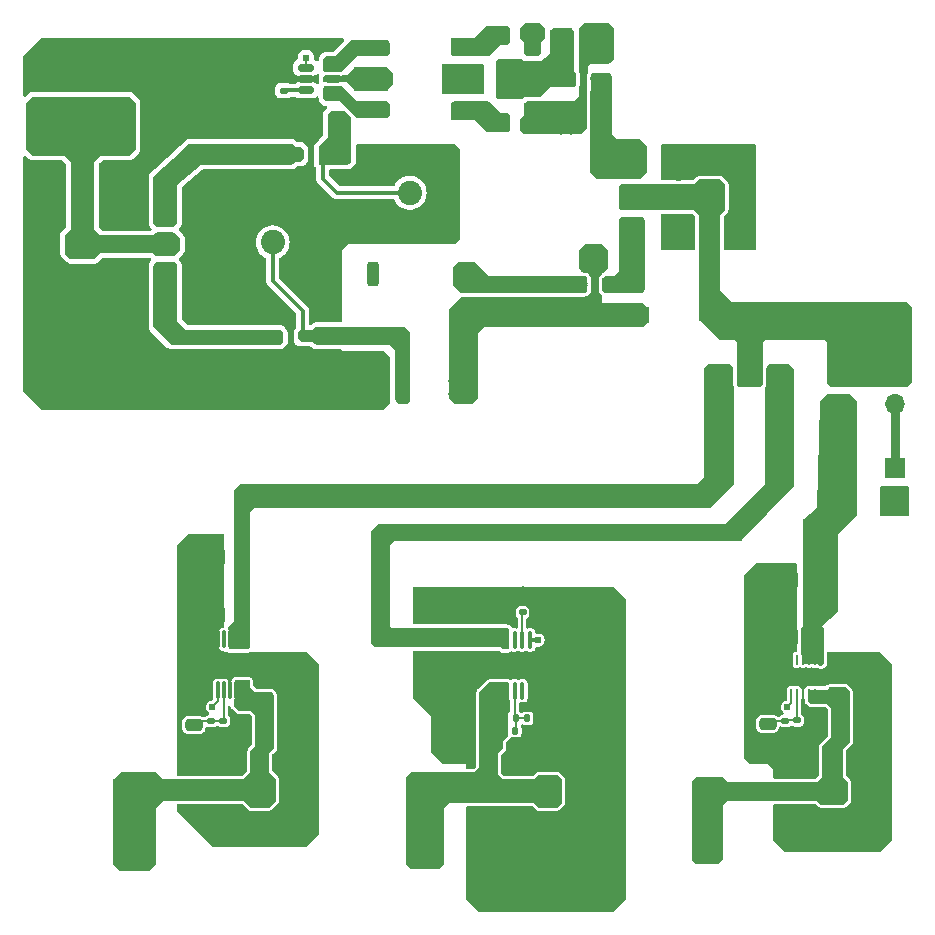
<source format=gbr>
%TF.GenerationSoftware,KiCad,Pcbnew,7.0.7*%
%TF.CreationDate,2023-11-17T01:25:33+08:00*%
%TF.ProjectId,Isolated Power Supply and LDO Verification,49736f6c-6174-4656-9420-506f77657220,rev?*%
%TF.SameCoordinates,Original*%
%TF.FileFunction,Copper,L1,Top*%
%TF.FilePolarity,Positive*%
%FSLAX46Y46*%
G04 Gerber Fmt 4.6, Leading zero omitted, Abs format (unit mm)*
G04 Created by KiCad (PCBNEW 7.0.7) date 2023-11-17 01:25:33*
%MOMM*%
%LPD*%
G01*
G04 APERTURE LIST*
G04 Aperture macros list*
%AMRoundRect*
0 Rectangle with rounded corners*
0 $1 Rounding radius*
0 $2 $3 $4 $5 $6 $7 $8 $9 X,Y pos of 4 corners*
0 Add a 4 corners polygon primitive as box body*
4,1,4,$2,$3,$4,$5,$6,$7,$8,$9,$2,$3,0*
0 Add four circle primitives for the rounded corners*
1,1,$1+$1,$2,$3*
1,1,$1+$1,$4,$5*
1,1,$1+$1,$6,$7*
1,1,$1+$1,$8,$9*
0 Add four rect primitives between the rounded corners*
20,1,$1+$1,$2,$3,$4,$5,0*
20,1,$1+$1,$4,$5,$6,$7,0*
20,1,$1+$1,$6,$7,$8,$9,0*
20,1,$1+$1,$8,$9,$2,$3,0*%
G04 Aperture macros list end*
%TA.AperFunction,ComponentPad*%
%ADD10C,2.050000*%
%TD*%
%TA.AperFunction,ComponentPad*%
%ADD11C,2.250000*%
%TD*%
%TA.AperFunction,ComponentPad*%
%ADD12R,1.700000X1.700000*%
%TD*%
%TA.AperFunction,ComponentPad*%
%ADD13O,1.700000X1.700000*%
%TD*%
%TA.AperFunction,SMDPad,CuDef*%
%ADD14RoundRect,0.135000X-0.135000X-0.185000X0.135000X-0.185000X0.135000X0.185000X-0.135000X0.185000X0*%
%TD*%
%TA.AperFunction,SMDPad,CuDef*%
%ADD15RoundRect,0.062500X-0.062500X0.362500X-0.062500X-0.362500X0.062500X-0.362500X0.062500X0.362500X0*%
%TD*%
%TA.AperFunction,SMDPad,CuDef*%
%ADD16R,2.380000X1.650000*%
%TD*%
%TA.AperFunction,SMDPad,CuDef*%
%ADD17RoundRect,0.225000X-0.250000X0.225000X-0.250000X-0.225000X0.250000X-0.225000X0.250000X0.225000X0*%
%TD*%
%TA.AperFunction,SMDPad,CuDef*%
%ADD18R,0.600000X0.800000*%
%TD*%
%TA.AperFunction,SMDPad,CuDef*%
%ADD19R,0.600000X0.650000*%
%TD*%
%TA.AperFunction,SMDPad,CuDef*%
%ADD20RoundRect,0.135000X0.185000X-0.135000X0.185000X0.135000X-0.185000X0.135000X-0.185000X-0.135000X0*%
%TD*%
%TA.AperFunction,SMDPad,CuDef*%
%ADD21RoundRect,0.250000X0.325000X0.650000X-0.325000X0.650000X-0.325000X-0.650000X0.325000X-0.650000X0*%
%TD*%
%TA.AperFunction,SMDPad,CuDef*%
%ADD22RoundRect,0.140000X-0.140000X-0.170000X0.140000X-0.170000X0.140000X0.170000X-0.140000X0.170000X0*%
%TD*%
%TA.AperFunction,SMDPad,CuDef*%
%ADD23RoundRect,0.250000X0.250000X0.475000X-0.250000X0.475000X-0.250000X-0.475000X0.250000X-0.475000X0*%
%TD*%
%TA.AperFunction,SMDPad,CuDef*%
%ADD24RoundRect,0.250000X-0.300000X0.300000X-0.300000X-0.300000X0.300000X-0.300000X0.300000X0.300000X0*%
%TD*%
%TA.AperFunction,SMDPad,CuDef*%
%ADD25RoundRect,0.250000X-0.650000X0.325000X-0.650000X-0.325000X0.650000X-0.325000X0.650000X0.325000X0*%
%TD*%
%TA.AperFunction,SMDPad,CuDef*%
%ADD26RoundRect,0.250000X-0.325000X-0.650000X0.325000X-0.650000X0.325000X0.650000X-0.325000X0.650000X0*%
%TD*%
%TA.AperFunction,SMDPad,CuDef*%
%ADD27RoundRect,0.250000X-0.475000X0.250000X-0.475000X-0.250000X0.475000X-0.250000X0.475000X0.250000X0*%
%TD*%
%TA.AperFunction,SMDPad,CuDef*%
%ADD28RoundRect,0.150000X0.950000X0.150000X-0.950000X0.150000X-0.950000X-0.150000X0.950000X-0.150000X0*%
%TD*%
%TA.AperFunction,SMDPad,CuDef*%
%ADD29RoundRect,0.250000X0.475000X-0.250000X0.475000X0.250000X-0.475000X0.250000X-0.475000X-0.250000X0*%
%TD*%
%TA.AperFunction,SMDPad,CuDef*%
%ADD30RoundRect,0.250000X0.650000X-0.325000X0.650000X0.325000X-0.650000X0.325000X-0.650000X-0.325000X0*%
%TD*%
%TA.AperFunction,SMDPad,CuDef*%
%ADD31RoundRect,0.140000X0.170000X-0.140000X0.170000X0.140000X-0.170000X0.140000X-0.170000X-0.140000X0*%
%TD*%
%TA.AperFunction,SMDPad,CuDef*%
%ADD32RoundRect,0.225000X0.250000X-0.225000X0.250000X0.225000X-0.250000X0.225000X-0.250000X-0.225000X0*%
%TD*%
%TA.AperFunction,SMDPad,CuDef*%
%ADD33RoundRect,0.250000X0.300000X-0.300000X0.300000X0.300000X-0.300000X0.300000X-0.300000X-0.300000X0*%
%TD*%
%TA.AperFunction,SMDPad,CuDef*%
%ADD34RoundRect,0.150000X-0.512500X-0.150000X0.512500X-0.150000X0.512500X0.150000X-0.512500X0.150000X0*%
%TD*%
%TA.AperFunction,SMDPad,CuDef*%
%ADD35RoundRect,0.100000X0.100000X-0.625000X0.100000X0.625000X-0.100000X0.625000X-0.100000X-0.625000X0*%
%TD*%
%TA.AperFunction,SMDPad,CuDef*%
%ADD36R,2.150000X1.950000*%
%TD*%
%TA.AperFunction,SMDPad,CuDef*%
%ADD37RoundRect,0.140000X-0.170000X0.140000X-0.170000X-0.140000X0.170000X-0.140000X0.170000X0.140000X0*%
%TD*%
%TA.AperFunction,SMDPad,CuDef*%
%ADD38RoundRect,0.250000X0.250000X-0.800000X0.250000X0.800000X-0.250000X0.800000X-0.250000X-0.800000X0*%
%TD*%
%TA.AperFunction,SMDPad,CuDef*%
%ADD39RoundRect,0.075000X-0.075000X0.650000X-0.075000X-0.650000X0.075000X-0.650000X0.075000X0.650000X0*%
%TD*%
%TA.AperFunction,SMDPad,CuDef*%
%ADD40R,1.880000X1.680000*%
%TD*%
%TA.AperFunction,ViaPad*%
%ADD41C,0.800000*%
%TD*%
%TA.AperFunction,ViaPad*%
%ADD42C,0.603000*%
%TD*%
%TA.AperFunction,Conductor*%
%ADD43C,0.800000*%
%TD*%
%TA.AperFunction,Conductor*%
%ADD44C,0.200000*%
%TD*%
%TA.AperFunction,Conductor*%
%ADD45C,0.300000*%
%TD*%
G04 APERTURE END LIST*
D10*
%TO.P,J107,1,In*%
%TO.N,Net-(J107-In)*%
X126700000Y-48140000D03*
D11*
%TO.P,J107,2,Ext*%
%TO.N,GNDS*%
X124160000Y-45600000D03*
X124160000Y-50680000D03*
X129240000Y-45600000D03*
X129240000Y-50680000D03*
%TD*%
D12*
%TO.P,J102,1,Pin_1*%
%TO.N,GNDS*%
X96215000Y-62520000D03*
D13*
%TO.P,J102,2,Pin_2*%
X98755000Y-62520000D03*
%TO.P,J102,3,Pin_3*%
X101295000Y-62520000D03*
%TD*%
D14*
%TO.P,R104,1*%
%TO.N,Net-(U101-FB)*%
X136660000Y-92650000D03*
%TO.P,R104,2*%
%TO.N,GND*%
X137680000Y-92650000D03*
%TD*%
D15*
%TO.P,U106,1,IN*%
%TO.N,Net-(J118-Pin_1)*%
X161000001Y-87679999D03*
%TO.P,U106,2,IN*%
X160500001Y-87679999D03*
%TO.P,U106,3,EN/UV*%
X160000001Y-87679999D03*
%TO.P,U106,4,PG*%
%TO.N,unconnected-(U106-PG-Pad4)*%
X159500001Y-87679999D03*
%TO.P,U106,5,ILIM*%
%TO.N,GND*%
X159000001Y-87679999D03*
%TO.P,U106,6,PGFB*%
%TO.N,Net-(J118-Pin_1)*%
X159000001Y-90579999D03*
%TO.P,U106,7,SET*%
%TO.N,Net-(U106-SET)*%
X159500001Y-90579999D03*
%TO.P,U106,8,GND*%
%TO.N,GND*%
X160000001Y-90579999D03*
%TO.P,U106,9,OUTS*%
%TO.N,Net-(J116-In)*%
X160500001Y-90579999D03*
%TO.P,U106,10,OUT*%
X161000001Y-90579999D03*
D16*
%TO.P,U106,11,GND*%
%TO.N,GND*%
X160000001Y-89129999D03*
%TD*%
D12*
%TO.P,J103,1,Pin_1*%
%TO.N,Net-(J103-Pin_1)*%
X167790000Y-63500000D03*
D13*
%TO.P,J103,2,Pin_2*%
%TO.N,Net-(BT101-+)*%
X167790000Y-66040000D03*
%TD*%
D17*
%TO.P,C119,1*%
%TO.N,Net-(D101-K)*%
X137040000Y-39475000D03*
%TO.P,C119,2*%
%TO.N,GND*%
X137040000Y-41025000D03*
%TD*%
D10*
%TO.P,J116,1,In*%
%TO.N,Net-(J116-In)*%
X162460000Y-98790000D03*
D11*
%TO.P,J116,2,Ext*%
%TO.N,GND*%
X165000000Y-96250000D03*
X159920000Y-96250000D03*
X165000000Y-101330000D03*
X159920000Y-101330000D03*
%TD*%
D18*
%TO.P,C123,1,1*%
%TO.N,Net-(D101-K)*%
X140440000Y-38500000D03*
D19*
%TO.P,C123,2,2*%
%TO.N,GND*%
X141440000Y-37875000D03*
X141440000Y-39025000D03*
D18*
%TO.P,C123,3,3*%
%TO.N,Net-(J114-Pin_3)*%
X142440000Y-38500000D03*
%TD*%
D20*
%TO.P,R102,1*%
%TO.N,GNDS*%
X116040000Y-40510000D03*
%TO.P,R102,2*%
%TO.N,Net-(U103-CLK)*%
X116040000Y-39490000D03*
%TD*%
D21*
%TO.P,C108,1*%
%TO.N,Net-(J107-In)*%
X120515000Y-42300000D03*
%TO.P,C108,2*%
%TO.N,GNDS*%
X117565000Y-42300000D03*
%TD*%
D22*
%TO.P,C112,1*%
%TO.N,/+4V5_REG*%
X134690000Y-93699999D03*
%TO.P,C112,2*%
%TO.N,Net-(U101-FB)*%
X135650000Y-93699999D03*
%TD*%
D10*
%TO.P,J104,1,In*%
%TO.N,Net-(J101-Pin_1)*%
X99000000Y-52460000D03*
D11*
%TO.P,J104,2,Ext*%
%TO.N,GNDS*%
X96460000Y-49920000D03*
X96460000Y-55000000D03*
X101540000Y-49920000D03*
X101540000Y-55000000D03*
%TD*%
D20*
%TO.P,R101,1*%
%TO.N,GND*%
X110920000Y-93860000D03*
%TO.P,R101,2*%
%TO.N,Net-(U102-SET)*%
X110920000Y-92840000D03*
%TD*%
D23*
%TO.P,C133,1*%
%TO.N,Net-(J105-Pin_3)*%
X112470000Y-78949999D03*
%TO.P,C133,2*%
%TO.N,GND*%
X110570000Y-78949999D03*
%TD*%
%TO.P,C132,1*%
%TO.N,Net-(J118-Pin_1)*%
X160950001Y-85770000D03*
%TO.P,C132,2*%
%TO.N,GND*%
X159050001Y-85770000D03*
%TD*%
D21*
%TO.P,C124,1*%
%TO.N,Net-(J114-Pin_3)*%
X142915000Y-41400000D03*
%TO.P,C124,2*%
%TO.N,GND*%
X139965000Y-41400000D03*
%TD*%
D24*
%TO.P,D102,1,K*%
%TO.N,Net-(D101-K)*%
X134540000Y-39400001D03*
%TO.P,D102,2,A*%
%TO.N,Net-(D102-A)*%
X134540000Y-42200001D03*
%TD*%
D23*
%TO.P,C113,1*%
%TO.N,Net-(J109-In)*%
X114270000Y-93350000D03*
%TO.P,C113,2*%
%TO.N,GND*%
X112370000Y-93350000D03*
%TD*%
D12*
%TO.P,J113,1,Pin_1*%
%TO.N,Net-(J109-In)*%
X103460000Y-98750000D03*
D13*
%TO.P,J113,2,Pin_2*%
X103460000Y-101290000D03*
%TO.P,J113,3,Pin_3*%
X103460000Y-103830000D03*
%TD*%
D25*
%TO.P,C107,1*%
%TO.N,Net-(J106-Pin_3)*%
X113640000Y-60325000D03*
%TO.P,C107,2*%
%TO.N,GNDS*%
X113640000Y-63275000D03*
%TD*%
%TO.P,C117,1*%
%TO.N,Net-(U104-VOUT+)*%
X136840000Y-55925000D03*
%TO.P,C117,2*%
%TO.N,GND*%
X136840000Y-58875000D03*
%TD*%
D10*
%TO.P,J109,1,In*%
%TO.N,Net-(J109-In)*%
X113960000Y-98790000D03*
D11*
%TO.P,J109,2,Ext*%
%TO.N,GND*%
X116500000Y-96250000D03*
X111420000Y-96250000D03*
X116500000Y-101330000D03*
X111420000Y-101330000D03*
%TD*%
D26*
%TO.P,C121,1*%
%TO.N,Net-(D101-K)*%
X139965000Y-35500000D03*
%TO.P,C121,2*%
%TO.N,GND*%
X142915000Y-35500000D03*
%TD*%
D18*
%TO.P,C110,1,1*%
%TO.N,Net-(J106-Pin_1)*%
X117340000Y-44900000D03*
D19*
%TO.P,C110,2,2*%
%TO.N,GNDS*%
X118340000Y-44275000D03*
X118340000Y-45425000D03*
D18*
%TO.P,C110,3,3*%
%TO.N,Net-(J107-In)*%
X119340000Y-44900000D03*
%TD*%
D27*
%TO.P,C103,1*%
%TO.N,Net-(J105-Pin_1)*%
X128170000Y-86100000D03*
%TO.P,C103,2*%
%TO.N,GND*%
X128170000Y-88000000D03*
%TD*%
D28*
%TO.P,U105,1*%
%TO.N,Net-(U103-VD1)*%
X123690000Y-35960000D03*
%TO.P,U105,2*%
%TO.N,Net-(J107-In)*%
X123690000Y-38500000D03*
%TO.P,U105,3*%
%TO.N,Net-(U103-VD2)*%
X123690000Y-41040000D03*
%TO.P,U105,4*%
%TO.N,Net-(D102-A)*%
X131390000Y-41040000D03*
%TO.P,U105,5*%
%TO.N,GND*%
X131390000Y-38500000D03*
%TO.P,U105,6*%
%TO.N,Net-(D101-A)*%
X131390000Y-35960000D03*
%TD*%
D10*
%TO.P,J115,1,In*%
%TO.N,Net-(J103-Pin_1)*%
X152000000Y-48540000D03*
D11*
%TO.P,J115,2,Ext*%
%TO.N,GND*%
X149460000Y-46000000D03*
X149460000Y-51080000D03*
X154540000Y-46000000D03*
X154540000Y-51080000D03*
%TD*%
D12*
%TO.P,J106,1,Pin_1*%
%TO.N,Net-(J106-Pin_1)*%
X106040000Y-49995000D03*
D13*
%TO.P,J106,2,Pin_2*%
%TO.N,Net-(J101-Pin_1)*%
X106040000Y-52535000D03*
%TO.P,J106,3,Pin_3*%
%TO.N,Net-(J106-Pin_3)*%
X106040000Y-55075000D03*
%TD*%
D12*
%TO.P,J105,1,Pin_1*%
%TO.N,Net-(J105-Pin_1)*%
X158040000Y-63540000D03*
D13*
%TO.P,J105,2,Pin_2*%
%TO.N,Net-(J103-Pin_1)*%
X155500000Y-63540000D03*
%TO.P,J105,3,Pin_3*%
%TO.N,Net-(J105-Pin_3)*%
X152960000Y-63540000D03*
%TD*%
D23*
%TO.P,C115,1*%
%TO.N,/+4V5_REG*%
X133219999Y-92300000D03*
%TO.P,C115,2*%
%TO.N,GND*%
X131319999Y-92300000D03*
%TD*%
D27*
%TO.P,C130,1*%
%TO.N,Net-(J105-Pin_1)*%
X132970000Y-86100000D03*
%TO.P,C130,2*%
%TO.N,GND*%
X132970000Y-88000000D03*
%TD*%
D17*
%TO.P,C131,1*%
%TO.N,Net-(U104-VOUT+)*%
X134840000Y-55825000D03*
%TO.P,C131,2*%
%TO.N,GND*%
X134840000Y-57375000D03*
%TD*%
D18*
%TO.P,C120,1,1*%
%TO.N,Net-(U104-VOUT+)*%
X141340000Y-55900000D03*
D19*
%TO.P,C120,2,2*%
%TO.N,GND*%
X142340000Y-55275000D03*
X142340000Y-56425000D03*
D18*
%TO.P,C120,3,3*%
%TO.N,Net-(J114-Pin_1)*%
X143340000Y-55900000D03*
%TD*%
D27*
%TO.P,C126,1*%
%TO.N,Net-(U106-SET)*%
X157000000Y-93130000D03*
%TO.P,C126,2*%
%TO.N,GND*%
X157000000Y-95030000D03*
%TD*%
D10*
%TO.P,J108,1,In*%
%TO.N,Net-(J108-In)*%
X115100000Y-52340000D03*
D11*
%TO.P,J108,2,Ext*%
%TO.N,GNDS*%
X112560000Y-49800000D03*
X112560000Y-54880000D03*
X117640000Y-49800000D03*
X117640000Y-54880000D03*
%TD*%
D23*
%TO.P,C129,1*%
%TO.N,Net-(J116-In)*%
X162950002Y-93330000D03*
%TO.P,C129,2*%
%TO.N,GND*%
X161050002Y-93330000D03*
%TD*%
D12*
%TO.P,J118,1,Pin_1*%
%TO.N,Net-(J118-Pin_1)*%
X163000000Y-66080000D03*
D13*
%TO.P,J118,2,Pin_2*%
%TO.N,Net-(J103-Pin_1)*%
X163000000Y-63540000D03*
%TD*%
D27*
%TO.P,C102,1*%
%TO.N,Net-(U102-SET)*%
X108420001Y-93200000D03*
%TO.P,C102,2*%
%TO.N,GND*%
X108420001Y-95100000D03*
%TD*%
D29*
%TO.P,C128,1*%
%TO.N,Net-(J116-In)*%
X163000000Y-90530000D03*
%TO.P,C128,2*%
%TO.N,GND*%
X163000000Y-88630000D03*
%TD*%
D12*
%TO.P,J114,1,Pin_1*%
%TO.N,Net-(J114-Pin_1)*%
X145540000Y-51040000D03*
D13*
%TO.P,J114,2,Pin_2*%
%TO.N,Net-(J103-Pin_1)*%
X145540000Y-48500000D03*
%TO.P,J114,3,Pin_3*%
%TO.N,Net-(J114-Pin_3)*%
X145540000Y-45960000D03*
%TD*%
D25*
%TO.P,C109,1*%
%TO.N,Net-(J108-In)*%
X119640000Y-60325000D03*
%TO.P,C109,2*%
%TO.N,GNDS*%
X119640000Y-63275000D03*
%TD*%
D30*
%TO.P,C106,1*%
%TO.N,Net-(J106-Pin_1)*%
X115340000Y-44975000D03*
%TO.P,C106,2*%
%TO.N,GNDS*%
X115340000Y-42025000D03*
%TD*%
D20*
%TO.P,R105,1*%
%TO.N,GND*%
X159500000Y-93840000D03*
%TO.P,R105,2*%
%TO.N,Net-(U106-SET)*%
X159500000Y-92820000D03*
%TD*%
D12*
%TO.P,J101,1,Pin_1*%
%TO.N,Net-(J101-Pin_1)*%
X96215000Y-42420000D03*
D13*
%TO.P,J101,2,Pin_2*%
X98755000Y-42420000D03*
%TO.P,J101,3,Pin_3*%
X101295000Y-42420000D03*
%TD*%
D12*
%TO.P,J112,1,Pin_1*%
%TO.N,GND*%
X135920001Y-107000000D03*
D13*
%TO.P,J112,2,Pin_2*%
X138460001Y-107000000D03*
%TO.P,J112,3,Pin_3*%
X141000001Y-107000000D03*
%TD*%
D14*
%TO.P,R103,1*%
%TO.N,/+4V5_REG*%
X134660000Y-92650000D03*
%TO.P,R103,2*%
%TO.N,Net-(U101-FB)*%
X135680000Y-92650000D03*
%TD*%
D10*
%TO.P,J110,1,In*%
%TO.N,/+4V5_REG*%
X138460000Y-98790000D03*
D11*
%TO.P,J110,2,Ext*%
%TO.N,GND*%
X135920000Y-101330000D03*
X141000000Y-101330000D03*
X135920000Y-96250000D03*
X141000000Y-96250000D03*
%TD*%
D23*
%TO.P,C125,1*%
%TO.N,Net-(J118-Pin_1)*%
X160949999Y-80970000D03*
%TO.P,C125,2*%
%TO.N,GND*%
X159049999Y-80970000D03*
%TD*%
D12*
%TO.P,J117,1,Pin_1*%
%TO.N,Net-(J116-In)*%
X151960000Y-103830000D03*
D13*
%TO.P,J117,2,Pin_2*%
X151960000Y-101290000D03*
%TO.P,J117,3,Pin_3*%
X151960000Y-98750000D03*
%TD*%
D31*
%TO.P,C104,1*%
%TO.N,Net-(U101-NR{slash}SS)*%
X136270000Y-83680000D03*
%TO.P,C104,2*%
%TO.N,GND*%
X136270000Y-82720000D03*
%TD*%
D12*
%TO.P,BT101,1,+*%
%TO.N,Net-(BT101-+)*%
X167790000Y-71460000D03*
D13*
%TO.P,BT101,2,-*%
%TO.N,GND*%
X167790000Y-74000000D03*
%TD*%
D12*
%TO.P,J111,1,Pin_1*%
%TO.N,/+4V5_REG*%
X127960000Y-98750000D03*
D13*
%TO.P,J111,2,Pin_2*%
X127960000Y-101290000D03*
%TO.P,J111,3,Pin_3*%
X127960000Y-103830000D03*
%TD*%
D18*
%TO.P,C111,1,1*%
%TO.N,Net-(J106-Pin_3)*%
X115640000Y-60300000D03*
D19*
%TO.P,C111,2,2*%
%TO.N,GNDS*%
X116640000Y-59675000D03*
X116640000Y-60825000D03*
D18*
%TO.P,C111,3,3*%
%TO.N,Net-(J108-In)*%
X117640000Y-60300000D03*
%TD*%
D23*
%TO.P,C116,1*%
%TO.N,/+4V5_REG*%
X133220000Y-94400000D03*
%TO.P,C116,2*%
%TO.N,GND*%
X131320000Y-94400000D03*
%TD*%
D32*
%TO.P,C118,1*%
%TO.N,Net-(D101-K)*%
X137040000Y-37525000D03*
%TO.P,C118,2*%
%TO.N,GND*%
X137040000Y-35975000D03*
%TD*%
D33*
%TO.P,D101,1,K*%
%TO.N,Net-(D101-K)*%
X134540000Y-37600000D03*
%TO.P,D101,2,A*%
%TO.N,Net-(D101-A)*%
X134540000Y-34800000D03*
%TD*%
D29*
%TO.P,C114,1*%
%TO.N,Net-(J109-In)*%
X114320000Y-91100000D03*
%TO.P,C114,2*%
%TO.N,GND*%
X114320000Y-89200000D03*
%TD*%
D23*
%TO.P,C101,1*%
%TO.N,Net-(J105-Pin_3)*%
X112470001Y-83850000D03*
%TO.P,C101,2*%
%TO.N,GND*%
X110570001Y-83850000D03*
%TD*%
D34*
%TO.P,U103,1,EN*%
%TO.N,Net-(J107-In)*%
X117902500Y-37550000D03*
%TO.P,U103,2,GND*%
%TO.N,GNDS*%
X117902500Y-38500000D03*
%TO.P,U103,3,CLK*%
%TO.N,Net-(U103-CLK)*%
X117902500Y-39450000D03*
%TO.P,U103,4,VD2*%
%TO.N,Net-(U103-VD2)*%
X120177500Y-39450000D03*
%TO.P,U103,5,VIN*%
%TO.N,Net-(J107-In)*%
X120177500Y-38500000D03*
%TO.P,U103,6,VD1*%
%TO.N,Net-(U103-VD1)*%
X120177500Y-37550000D03*
%TD*%
D35*
%TO.P,U101,1,OUT*%
%TO.N,/+4V5_REG*%
X134935000Y-90310000D03*
%TO.P,U101,2,FB*%
%TO.N,Net-(U101-FB)*%
X135585000Y-90310000D03*
%TO.P,U101,3,NC*%
%TO.N,unconnected-(U101-NC-Pad3)*%
X136235000Y-90310000D03*
%TO.P,U101,4,GND*%
%TO.N,GND*%
X136885000Y-90310000D03*
%TO.P,U101,5,EN*%
%TO.N,Net-(J105-Pin_1)*%
X136885000Y-86010000D03*
%TO.P,U101,6,NR/SS*%
%TO.N,Net-(U101-NR{slash}SS)*%
X136235000Y-86010000D03*
%TO.P,U101,7,DNC*%
%TO.N,unconnected-(U101-DNC-Pad7)*%
X135585000Y-86010000D03*
%TO.P,U101,8,IN*%
%TO.N,Net-(J105-Pin_1)*%
X134935000Y-86010000D03*
D36*
%TO.P,U101,9,EP*%
%TO.N,GND*%
X135910000Y-88160000D03*
%TD*%
D37*
%TO.P,C127,1*%
%TO.N,Net-(U106-SET)*%
X158500000Y-92850000D03*
%TO.P,C127,2*%
%TO.N,GND*%
X158500000Y-93810000D03*
%TD*%
D38*
%TO.P,U104,1,VIN-*%
%TO.N,GNDS*%
X123590000Y-64750000D03*
%TO.P,U104,2,VIN+*%
%TO.N,Net-(J108-In)*%
X126130000Y-64750000D03*
%TO.P,U104,4,GND*%
%TO.N,GND*%
X131210000Y-64750000D03*
%TO.P,U104,5,VOUT+*%
%TO.N,Net-(U104-VOUT+)*%
X131210000Y-55030000D03*
%TO.P,U104,8,NC*%
%TO.N,unconnected-(U104-NC-Pad8)*%
X123590000Y-55030000D03*
%TD*%
D39*
%TO.P,U102,1,IN*%
%TO.N,Net-(J105-Pin_3)*%
X112470000Y-85950000D03*
%TO.P,U102,2,IN*%
X111970000Y-85950000D03*
%TO.P,U102,3,EN/UV*%
X111470000Y-85950000D03*
%TO.P,U102,4,PG*%
%TO.N,unconnected-(U102-PG-Pad4)*%
X110970000Y-85950000D03*
%TO.P,U102,5,ILIM*%
%TO.N,GND*%
X110470000Y-85950000D03*
%TO.P,U102,6,PGFB*%
%TO.N,Net-(J105-Pin_3)*%
X110470000Y-90250000D03*
%TO.P,U102,7,SET*%
%TO.N,Net-(U102-SET)*%
X110970000Y-90250000D03*
%TO.P,U102,8,GND*%
%TO.N,GND*%
X111470000Y-90250000D03*
%TO.P,U102,9,OUTS*%
%TO.N,Net-(J109-In)*%
X111970000Y-90250000D03*
%TO.P,U102,10,OUT*%
X112470000Y-90250000D03*
D40*
%TO.P,U102,11,GND*%
%TO.N,GND*%
X111470000Y-88100000D03*
%TD*%
D25*
%TO.P,C122,1*%
%TO.N,Net-(J114-Pin_1)*%
X145440000Y-55925000D03*
%TO.P,C122,2*%
%TO.N,GND*%
X145440000Y-58875000D03*
%TD*%
D37*
%TO.P,C105,1*%
%TO.N,Net-(U102-SET)*%
X109920000Y-92870000D03*
%TO.P,C105,2*%
%TO.N,GND*%
X109920000Y-93830000D03*
%TD*%
D41*
%TO.N,GND*%
X107750000Y-96250000D03*
D42*
X142800000Y-57800000D03*
D41*
X129200000Y-91800000D03*
X158000000Y-82000000D03*
X138200000Y-91800000D03*
D42*
X146700000Y-58900000D03*
D41*
X130000000Y-39000000D03*
X138400000Y-88600000D03*
D42*
X142000000Y-53900000D03*
D41*
X116000000Y-90500000D03*
D42*
X137400000Y-35100000D03*
X142400000Y-58600000D03*
D41*
X132100000Y-65200000D03*
X108500000Y-83750000D03*
X157000000Y-82000000D03*
X129200000Y-94800000D03*
X132750000Y-89000000D03*
X112750000Y-94500000D03*
X157000000Y-88800000D03*
X130000000Y-38000000D03*
X108750000Y-88000000D03*
X128500000Y-90250000D03*
D42*
X145900000Y-57900000D03*
D41*
X135400000Y-87600000D03*
D42*
X141400000Y-36400000D03*
D41*
X115750000Y-88000000D03*
X108500000Y-78000000D03*
D42*
X145000000Y-57900000D03*
D41*
X158200000Y-95000000D03*
X164200000Y-89400000D03*
X157000000Y-87800000D03*
X136300000Y-57700000D03*
X116000000Y-93000000D03*
X160600000Y-92200000D03*
X157000000Y-85800000D03*
X131750000Y-88750000D03*
X163600000Y-87600000D03*
X109500000Y-86750000D03*
X158000000Y-85800000D03*
X109500000Y-82750000D03*
X109500000Y-85750000D03*
D42*
X141400000Y-39700000D03*
D41*
X112000000Y-87500000D03*
X138300000Y-41000000D03*
X135400000Y-58400000D03*
X137800000Y-90800000D03*
D42*
X142400000Y-53100000D03*
D41*
X158000000Y-88800000D03*
D42*
X113020000Y-88400000D03*
X141500000Y-53100000D03*
X113000000Y-87570000D03*
D41*
X158000000Y-89800000D03*
X137600000Y-93600000D03*
X138300000Y-58400000D03*
D42*
X141500000Y-58600000D03*
X160000000Y-88700000D03*
D41*
X109500000Y-90250000D03*
X109500000Y-78000000D03*
X158000000Y-86800000D03*
X114500000Y-88000000D03*
X127500000Y-90250000D03*
D42*
X142350000Y-55850000D03*
D41*
X157000000Y-80000000D03*
X109500000Y-79000000D03*
X137200000Y-82800000D03*
X157000000Y-84800000D03*
D42*
X159228287Y-88714184D03*
D41*
X110000000Y-94750000D03*
X136400000Y-87600000D03*
X158000000Y-87800000D03*
X137400000Y-87600000D03*
X109500000Y-84750000D03*
X108500000Y-80000000D03*
X131250000Y-39250000D03*
X109250000Y-96250000D03*
D42*
X141200000Y-57800000D03*
D41*
X108500000Y-86750000D03*
X143500000Y-36700000D03*
X132500000Y-39250000D03*
D42*
X137400000Y-34300000D03*
X159200000Y-89600000D03*
X142400000Y-57100000D03*
D41*
X132500000Y-37750000D03*
X157000000Y-96000000D03*
X137800000Y-89800000D03*
X108500000Y-79000000D03*
D42*
X141400000Y-37200000D03*
D41*
X131750000Y-87750000D03*
X112000000Y-88500000D03*
X130200000Y-93800000D03*
X130200000Y-92800000D03*
X143500000Y-34300000D03*
X129500000Y-89250000D03*
X164200000Y-88400000D03*
X134400000Y-88600000D03*
X135400000Y-88600000D03*
X140400000Y-42800000D03*
D42*
X141400000Y-40500000D03*
D41*
X137400000Y-57700000D03*
X157000000Y-90800000D03*
D42*
X160800000Y-88700000D03*
X142800000Y-53900000D03*
D41*
X129200000Y-93800000D03*
X158000000Y-80000000D03*
X157000000Y-86800000D03*
X111000000Y-87500000D03*
X142200000Y-36700000D03*
D42*
X160800000Y-89600000D03*
D41*
X128500000Y-89250000D03*
X137700000Y-42000000D03*
X109500000Y-83750000D03*
X142200000Y-34300000D03*
X158000000Y-90800000D03*
X155800000Y-95000000D03*
X138600000Y-93000000D03*
D42*
X136700000Y-35100000D03*
D41*
X136800000Y-91600000D03*
X131200000Y-63100000D03*
X139500000Y-42800000D03*
X129500000Y-90250000D03*
X129200000Y-92800000D03*
X161800000Y-89200000D03*
X108500000Y-89250000D03*
X108500000Y-90250000D03*
X131250000Y-37750000D03*
X130400000Y-65200000D03*
X115750000Y-89250000D03*
X136600000Y-42400000D03*
X162600000Y-87600000D03*
X127500000Y-89250000D03*
X109500000Y-89250000D03*
D42*
X141500000Y-54600000D03*
D41*
X157000000Y-81000000D03*
X111750000Y-94500000D03*
X158000000Y-84800000D03*
D42*
X146700000Y-58100000D03*
X160000000Y-89600000D03*
D41*
X161600000Y-92200000D03*
D42*
X141400000Y-38450000D03*
D41*
X141100000Y-42100000D03*
X138400000Y-87600000D03*
D42*
X142400000Y-54600000D03*
X142000000Y-57800000D03*
D41*
X108500000Y-82750000D03*
X108500000Y-84750000D03*
X135400000Y-82800000D03*
X136300000Y-81900000D03*
X158000000Y-81000000D03*
X157000000Y-89800000D03*
X111000000Y-88500000D03*
D42*
X136700000Y-34300000D03*
X143300000Y-58600000D03*
D41*
X116000000Y-91750000D03*
X134300000Y-58400000D03*
X130200000Y-91800000D03*
X134400000Y-87600000D03*
X109500000Y-80000000D03*
X109750000Y-88000000D03*
X130200000Y-94800000D03*
X132100000Y-64100000D03*
X137400000Y-88600000D03*
X108500000Y-85750000D03*
X160200000Y-93800000D03*
X136400000Y-88600000D03*
X130400000Y-64100000D03*
D42*
%TO.N,Net-(J105-Pin_1)*%
X134220000Y-86010000D03*
X137570000Y-86010000D03*
D41*
%TO.N,GNDS*%
X104000000Y-62000000D03*
D42*
X117600000Y-43550000D03*
X116650000Y-61600000D03*
X118350000Y-46150000D03*
D41*
X102000000Y-37000000D03*
X111000000Y-38000000D03*
X118000000Y-40750000D03*
X108000000Y-37000000D03*
D42*
X117500000Y-62650000D03*
D41*
X109000000Y-43000000D03*
X110000000Y-64000000D03*
X102000000Y-39000000D03*
X118750000Y-41500000D03*
X110000000Y-39000000D03*
X111750000Y-64500000D03*
X106000000Y-64000000D03*
D42*
X116650000Y-59000000D03*
D41*
X114000000Y-39000000D03*
X111000000Y-43000000D03*
X112000000Y-42000000D03*
X114250000Y-64500000D03*
X104000000Y-39000000D03*
X106000000Y-37000000D03*
D42*
X117550000Y-46950000D03*
D41*
X112000000Y-62000000D03*
X104000000Y-37000000D03*
D42*
X114950000Y-58900000D03*
D41*
X98000000Y-39000000D03*
X99000000Y-38000000D03*
X106000000Y-44000000D03*
D42*
X118350000Y-46950000D03*
D41*
X113000000Y-43000000D03*
X110000000Y-42000000D03*
X96000000Y-39000000D03*
X107000000Y-63000000D03*
X115000000Y-63250000D03*
X124500000Y-65500000D03*
X114000000Y-37000000D03*
D42*
X114950000Y-61750000D03*
X116400000Y-58200000D03*
D41*
X97000000Y-38000000D03*
X112000000Y-37000000D03*
D42*
X117550000Y-46150000D03*
D41*
X103000000Y-38000000D03*
X122500000Y-64000000D03*
X116750000Y-38500000D03*
X117750000Y-64500000D03*
X105000000Y-63000000D03*
X101000000Y-38000000D03*
X108000000Y-42000000D03*
X117000000Y-40750000D03*
X118250000Y-63250000D03*
X106000000Y-62000000D03*
X108000000Y-39000000D03*
X121000000Y-63250000D03*
X114250000Y-40750000D03*
X113750000Y-41750000D03*
X116250000Y-37500000D03*
D42*
X118350000Y-44850000D03*
D41*
X100000000Y-39000000D03*
X124500000Y-64000000D03*
X96000000Y-37000000D03*
X122500000Y-65500000D03*
X100000000Y-37000000D03*
X104000000Y-58000000D03*
X113000000Y-64500000D03*
X110000000Y-62000000D03*
D42*
X118950000Y-43050000D03*
D41*
X105000000Y-38000000D03*
X108000000Y-64000000D03*
D42*
X118350000Y-43550000D03*
X115800000Y-62600000D03*
D41*
X98000000Y-37000000D03*
X115500000Y-64500000D03*
X112250000Y-63250000D03*
X109000000Y-38000000D03*
X108000000Y-62000000D03*
X121500000Y-64750000D03*
X105000000Y-45000000D03*
X107000000Y-43000000D03*
X120250000Y-64500000D03*
D42*
X116650000Y-60250000D03*
D41*
X103000000Y-47000000D03*
X109000000Y-63000000D03*
X104000000Y-60000000D03*
X119000000Y-64500000D03*
X104000000Y-46000000D03*
X110000000Y-37000000D03*
X113000000Y-38000000D03*
X106000000Y-39000000D03*
X105000000Y-61000000D03*
X115500000Y-38500000D03*
D42*
X116650000Y-62450000D03*
D41*
X112000000Y-39000000D03*
X115250000Y-40750000D03*
D42*
X115800000Y-61750000D03*
X117500000Y-61750000D03*
D41*
X107000000Y-38000000D03*
D42*
X115800000Y-58900000D03*
%TO.N,Net-(J107-In)*%
X122400000Y-37800000D03*
X123200000Y-37800000D03*
X117910000Y-36730000D03*
X123200000Y-39200000D03*
X122400000Y-39200000D03*
X122000000Y-38500000D03*
D41*
X120200000Y-45200000D03*
D42*
X121250000Y-38500000D03*
D41*
X121200000Y-44200000D03*
X121200000Y-45200000D03*
X120200000Y-44200000D03*
D42*
X124000000Y-37800000D03*
X124000000Y-39200000D03*
%TO.N,Net-(J118-Pin_1)*%
X158680000Y-91690000D03*
X161410000Y-86930000D03*
%TO.N,Net-(J105-Pin_3)*%
X112760000Y-84920000D03*
X110000000Y-91680000D03*
%TD*%
D43*
%TO.N,Net-(BT101-+)*%
X167790000Y-66040000D02*
X167790000Y-71460000D01*
D44*
%TO.N,Net-(U102-SET)*%
X109950000Y-92840000D02*
X109920000Y-92870000D01*
X110920000Y-92840000D02*
X109950000Y-92840000D01*
X110970000Y-90250000D02*
X110970000Y-92790000D01*
X109920000Y-92870000D02*
X108750001Y-92870000D01*
X110970000Y-92790000D02*
X110920000Y-92840000D01*
X108750001Y-92870000D02*
X108420001Y-93200000D01*
D45*
%TO.N,Net-(J105-Pin_1)*%
X136885000Y-86010000D02*
X137570000Y-86010000D01*
D44*
%TO.N,Net-(U101-NR{slash}SS)*%
X136235000Y-83715000D02*
X136270000Y-83680000D01*
X136235000Y-86010000D02*
X136235000Y-83715000D01*
%TO.N,Net-(J107-In)*%
X117902500Y-37550000D02*
X117910000Y-36730000D01*
D45*
X119340000Y-46940000D02*
X120540000Y-48140000D01*
X119340000Y-44900000D02*
X119340000Y-46940000D01*
X120540000Y-48140000D02*
X126700000Y-48140000D01*
D44*
X117910000Y-36730000D02*
X117902500Y-36732500D01*
D45*
%TO.N,Net-(J108-In)*%
X117640000Y-60300000D02*
X117640000Y-58140000D01*
X115100000Y-55600000D02*
X115100000Y-52340000D01*
X117640000Y-58140000D02*
X115100000Y-55600000D01*
D44*
%TO.N,Net-(U101-FB)*%
X136660000Y-92650000D02*
X135680000Y-92650000D01*
X135680000Y-93669999D02*
X135650000Y-93699999D01*
X135585000Y-90310000D02*
X135585000Y-92555000D01*
X135680000Y-92650000D02*
X135680000Y-93669999D01*
X135585000Y-92555000D02*
X135680000Y-92650000D01*
D43*
%TO.N,Net-(J118-Pin_1)*%
X160949999Y-85769998D02*
X160950001Y-85770000D01*
D44*
X159000001Y-91369999D02*
X158680000Y-91690000D01*
X159000001Y-90579999D02*
X159000001Y-91369999D01*
D43*
X161000000Y-80919999D02*
X160949999Y-80970000D01*
D44*
%TO.N,Net-(U106-SET)*%
X159500001Y-90579999D02*
X159500001Y-92819999D01*
X157280000Y-92850000D02*
X157000000Y-93130000D01*
X159500001Y-92819999D02*
X159500000Y-92820000D01*
X159500000Y-92820000D02*
X158530000Y-92820000D01*
X158500000Y-92850000D02*
X157280000Y-92850000D01*
X158530000Y-92820000D02*
X158500000Y-92850000D01*
D45*
%TO.N,Net-(U103-CLK)*%
X116080000Y-39450000D02*
X116040000Y-39490000D01*
X117902500Y-39450000D02*
X116080000Y-39450000D01*
D44*
%TO.N,Net-(J105-Pin_3)*%
X110470000Y-91210000D02*
X110000000Y-91680000D01*
X110470000Y-90250000D02*
X110470000Y-91210000D01*
%TD*%
%TA.AperFunction,Conductor*%
%TO.N,Net-(D102-A)*%
G36*
X133415677Y-40419685D02*
G01*
X133436319Y-40436319D01*
X134400000Y-41400000D01*
X134948638Y-41400000D01*
X135015677Y-41419685D01*
X135036319Y-41436319D01*
X135163681Y-41563681D01*
X135197166Y-41625004D01*
X135200000Y-41651362D01*
X135200000Y-42748638D01*
X135180315Y-42815677D01*
X135163681Y-42836319D01*
X135036319Y-42963681D01*
X134974996Y-42997166D01*
X134948638Y-43000000D01*
X133251362Y-43000000D01*
X133184323Y-42980315D01*
X133163681Y-42963681D01*
X132200000Y-42000000D01*
X130324000Y-42000000D01*
X130256961Y-41980315D01*
X130211206Y-41927511D01*
X130200000Y-41876000D01*
X130200000Y-40651362D01*
X130219685Y-40584323D01*
X130236319Y-40563681D01*
X130363681Y-40436319D01*
X130425004Y-40402834D01*
X130451362Y-40400000D01*
X133348638Y-40400000D01*
X133415677Y-40419685D01*
G37*
%TD.AperFunction*%
%TD*%
%TA.AperFunction,Conductor*%
%TO.N,/+4V5_REG*%
G36*
X135077539Y-89619685D02*
G01*
X135123294Y-89672489D01*
X135134500Y-89724000D01*
X135134500Y-90968260D01*
X135144426Y-91036392D01*
X135187400Y-91124296D01*
X135200000Y-91178757D01*
X135200000Y-91948638D01*
X135180315Y-92015677D01*
X135163681Y-92036319D01*
X135000000Y-92199999D01*
X135000000Y-94148637D01*
X134980315Y-94215676D01*
X134963681Y-94236318D01*
X134600000Y-94599999D01*
X134600000Y-95148638D01*
X134580315Y-95215677D01*
X134563681Y-95236319D01*
X134200000Y-95599999D01*
X134200000Y-95600000D01*
X134200000Y-97400000D01*
X134600000Y-97800000D01*
X137200000Y-97800000D01*
X137563681Y-97436318D01*
X137625004Y-97402834D01*
X137651362Y-97400000D01*
X139148638Y-97400000D01*
X139215677Y-97419685D01*
X139236319Y-97436319D01*
X139563681Y-97763681D01*
X139597166Y-97825004D01*
X139600000Y-97851362D01*
X139600000Y-99748638D01*
X139580315Y-99815677D01*
X139563681Y-99836319D01*
X139236319Y-100163681D01*
X139174996Y-100197166D01*
X139148638Y-100200000D01*
X137651362Y-100200000D01*
X137584323Y-100180315D01*
X137563681Y-100163681D01*
X137200000Y-99800000D01*
X130000000Y-99800000D01*
X129999999Y-99800000D01*
X129599999Y-100200000D01*
X129600000Y-104948638D01*
X129580315Y-105015677D01*
X129563681Y-105036319D01*
X129236319Y-105363681D01*
X129174996Y-105397166D01*
X129148638Y-105400000D01*
X126851362Y-105400000D01*
X126784323Y-105380315D01*
X126763681Y-105363681D01*
X126436319Y-105036319D01*
X126402834Y-104974996D01*
X126400000Y-104948638D01*
X126400000Y-97651362D01*
X126419685Y-97584323D01*
X126436319Y-97563681D01*
X126763681Y-97236319D01*
X126825004Y-97202834D01*
X126851362Y-97200000D01*
X132200000Y-97200000D01*
X132600000Y-96800000D01*
X132600000Y-90451358D01*
X132619684Y-90384323D01*
X132636313Y-90363686D01*
X133363681Y-89636318D01*
X133425004Y-89602834D01*
X133451362Y-89600000D01*
X135010500Y-89600000D01*
X135077539Y-89619685D01*
G37*
%TD.AperFunction*%
%TD*%
%TA.AperFunction,Conductor*%
%TO.N,GND*%
G36*
X168943039Y-73019685D02*
G01*
X168988794Y-73072489D01*
X169000000Y-73124000D01*
X169000000Y-75376000D01*
X168980315Y-75443039D01*
X168927511Y-75488794D01*
X168876000Y-75500000D01*
X166624000Y-75500000D01*
X166556961Y-75480315D01*
X166511206Y-75427511D01*
X166500000Y-75376000D01*
X166500000Y-73124000D01*
X166519685Y-73056961D01*
X166572489Y-73011206D01*
X166624000Y-73000000D01*
X168876000Y-73000000D01*
X168943039Y-73019685D01*
G37*
%TD.AperFunction*%
%TD*%
%TA.AperFunction,Conductor*%
%TO.N,Net-(J106-Pin_3)*%
G36*
X106765677Y-54019685D02*
G01*
X106786319Y-54036319D01*
X106963681Y-54213681D01*
X106997166Y-54275004D01*
X107000000Y-54301361D01*
X107000000Y-59000000D01*
X107750000Y-59750000D01*
X115698638Y-59750000D01*
X115765677Y-59769685D01*
X115786319Y-59786319D01*
X115963681Y-59963681D01*
X115997166Y-60025004D01*
X116000000Y-60051362D01*
X116000000Y-60698638D01*
X115980315Y-60765677D01*
X115963681Y-60786319D01*
X115786319Y-60963681D01*
X115724996Y-60997166D01*
X115698638Y-61000000D01*
X106551362Y-61000000D01*
X106484323Y-60980315D01*
X106463681Y-60963681D01*
X105036319Y-59536318D01*
X105002834Y-59474995D01*
X105000000Y-59448637D01*
X105000000Y-54301362D01*
X105019685Y-54234323D01*
X105036319Y-54213681D01*
X105213681Y-54036319D01*
X105275004Y-54002834D01*
X105301362Y-54000000D01*
X106698638Y-54000000D01*
X106765677Y-54019685D01*
G37*
%TD.AperFunction*%
%TD*%
%TA.AperFunction,Conductor*%
%TO.N,Net-(J101-Pin_1)*%
G36*
X103015677Y-40019685D02*
G01*
X103036319Y-40036319D01*
X103463681Y-40463681D01*
X103497166Y-40525004D01*
X103500000Y-40551362D01*
X103500000Y-44448638D01*
X103480315Y-44515677D01*
X103463681Y-44536319D01*
X103036319Y-44963681D01*
X102974996Y-44997166D01*
X102948638Y-45000000D01*
X100499999Y-45000000D01*
X100000000Y-45499999D01*
X100000000Y-45500000D01*
X100000000Y-51250000D01*
X100500000Y-51750000D01*
X105000000Y-51750000D01*
X105213680Y-51536318D01*
X105275004Y-51502834D01*
X105301362Y-51500000D01*
X106698638Y-51500000D01*
X106765677Y-51519685D01*
X106786319Y-51536319D01*
X107213681Y-51963681D01*
X107247166Y-52025004D01*
X107250000Y-52051362D01*
X107250000Y-52948638D01*
X107230315Y-53015677D01*
X107213681Y-53036319D01*
X106786319Y-53463681D01*
X106724996Y-53497166D01*
X106698638Y-53500000D01*
X105301362Y-53500000D01*
X105234323Y-53480315D01*
X105213681Y-53463681D01*
X105000000Y-53250000D01*
X100500000Y-53250000D01*
X100499999Y-53250000D01*
X100036319Y-53713681D01*
X99974996Y-53747166D01*
X99948638Y-53750000D01*
X98051362Y-53750000D01*
X97984323Y-53730315D01*
X97963681Y-53713681D01*
X97536319Y-53286319D01*
X97502834Y-53224996D01*
X97500000Y-53198638D01*
X97500000Y-51801361D01*
X97519685Y-51734322D01*
X97536314Y-51713685D01*
X98000000Y-51250000D01*
X98000000Y-45500000D01*
X97500000Y-45000000D01*
X94801362Y-45000000D01*
X94734323Y-44980315D01*
X94713681Y-44963681D01*
X94286319Y-44536319D01*
X94252834Y-44474996D01*
X94250000Y-44448638D01*
X94250000Y-40551361D01*
X94269685Y-40484322D01*
X94286314Y-40463685D01*
X94713681Y-40036318D01*
X94775004Y-40002834D01*
X94801362Y-40000000D01*
X102948638Y-40000000D01*
X103015677Y-40019685D01*
G37*
%TD.AperFunction*%
%TD*%
%TA.AperFunction,Conductor*%
%TO.N,Net-(J107-In)*%
G36*
X124765677Y-37519685D02*
G01*
X124786319Y-37536319D01*
X125213682Y-37963682D01*
X125247166Y-38025003D01*
X125250000Y-38051361D01*
X125250000Y-38952416D01*
X125230315Y-39019455D01*
X125218170Y-39035366D01*
X124836942Y-39458953D01*
X124777465Y-39495613D01*
X124744775Y-39500000D01*
X122057032Y-39500000D01*
X121989993Y-39480315D01*
X121962884Y-39456698D01*
X121962883Y-39456697D01*
X121400000Y-38800000D01*
X121399999Y-38800000D01*
X120978052Y-38800000D01*
X120969772Y-38799445D01*
X120887593Y-38788384D01*
X120846436Y-38782844D01*
X120846434Y-38782844D01*
X120776658Y-38786406D01*
X120744704Y-38792678D01*
X120720822Y-38795000D01*
X119627925Y-38795000D01*
X119622141Y-38794729D01*
X119607452Y-38793352D01*
X119601310Y-38792776D01*
X119601312Y-38792776D01*
X119588807Y-38792183D01*
X119573181Y-38791442D01*
X119573179Y-38791442D01*
X119573176Y-38791442D01*
X119566029Y-38791929D01*
X119566009Y-38791646D01*
X119555336Y-38792625D01*
X119530180Y-38792613D01*
X119529871Y-38792613D01*
X119529870Y-38792613D01*
X119529860Y-38792613D01*
X119527967Y-38792674D01*
X119460332Y-38775144D01*
X119412911Y-38723831D01*
X119400000Y-38668737D01*
X119400000Y-38328298D01*
X119419685Y-38261259D01*
X119472489Y-38215504D01*
X119532748Y-38204607D01*
X119551059Y-38205902D01*
X119551059Y-38205901D01*
X119582935Y-38208156D01*
X119595719Y-38207229D01*
X119601300Y-38207223D01*
X119601311Y-38207224D01*
X119622141Y-38205270D01*
X119627926Y-38205000D01*
X120719425Y-38205000D01*
X120743925Y-38207444D01*
X120773560Y-38213418D01*
X120840869Y-38217541D01*
X120840880Y-38217540D01*
X120840887Y-38217541D01*
X120888603Y-38215893D01*
X120899211Y-38215527D01*
X120928139Y-38206100D01*
X120966555Y-38200000D01*
X121399999Y-38200000D01*
X121400000Y-38200000D01*
X121962884Y-37543301D01*
X122021459Y-37505212D01*
X122057032Y-37500000D01*
X124698638Y-37500000D01*
X124765677Y-37519685D01*
G37*
%TD.AperFunction*%
%TD*%
%TA.AperFunction,Conductor*%
%TO.N,Net-(U103-VD2)*%
G36*
X120920870Y-39120870D02*
G01*
X122200000Y-40400000D01*
X122800000Y-40400000D01*
X124748638Y-40400000D01*
X124815677Y-40419685D01*
X124836319Y-40436319D01*
X124963681Y-40563681D01*
X124997166Y-40625004D01*
X125000000Y-40651362D01*
X125000000Y-41548638D01*
X124980315Y-41615677D01*
X124963681Y-41636319D01*
X124836319Y-41763681D01*
X124774996Y-41797166D01*
X124748638Y-41800000D01*
X122251362Y-41800000D01*
X122184323Y-41780315D01*
X122163681Y-41763681D01*
X122011911Y-41611911D01*
X121990760Y-41583657D01*
X121981813Y-41567272D01*
X121967864Y-41548638D01*
X121929702Y-41497660D01*
X121929697Y-41497655D01*
X121929692Y-41497649D01*
X121496547Y-41064505D01*
X121496546Y-41064505D01*
X121484380Y-41053577D01*
X121484381Y-41053577D01*
X121457366Y-41031808D01*
X121451827Y-41027448D01*
X121419777Y-41011151D01*
X121388301Y-40988301D01*
X120800000Y-40400000D01*
X119651362Y-40400000D01*
X119584323Y-40380315D01*
X119563681Y-40363681D01*
X119436319Y-40236319D01*
X119402834Y-40174996D01*
X119400000Y-40148638D01*
X119400000Y-39251362D01*
X119419685Y-39184323D01*
X119436312Y-39163687D01*
X119468403Y-39131596D01*
X119529722Y-39098113D01*
X119572676Y-39098134D01*
X119572788Y-39096942D01*
X119610730Y-39100500D01*
X119610734Y-39100500D01*
X120744270Y-39100500D01*
X120774693Y-39097647D01*
X120774694Y-39097646D01*
X120774699Y-39097646D01*
X120792235Y-39091509D01*
X120862011Y-39087947D01*
X120920870Y-39120870D01*
G37*
%TD.AperFunction*%
%TD*%
%TA.AperFunction,Conductor*%
%TO.N,Net-(D101-A)*%
G36*
X135015677Y-34019685D02*
G01*
X135036319Y-34036319D01*
X135163681Y-34163681D01*
X135197166Y-34225004D01*
X135200000Y-34251362D01*
X135200000Y-35348638D01*
X135180315Y-35415677D01*
X135163681Y-35436319D01*
X135036319Y-35563681D01*
X134974996Y-35597166D01*
X134948638Y-35600000D01*
X134399999Y-35600000D01*
X133436319Y-36563681D01*
X133374996Y-36597166D01*
X133348638Y-36600000D01*
X130451362Y-36600000D01*
X130384323Y-36580315D01*
X130363681Y-36563681D01*
X130236319Y-36436319D01*
X130202834Y-36374996D01*
X130200000Y-36348638D01*
X130200000Y-35124000D01*
X130219685Y-35056961D01*
X130272489Y-35011206D01*
X130324000Y-35000000D01*
X132200000Y-35000000D01*
X133163681Y-34036318D01*
X133225004Y-34002834D01*
X133251362Y-34000000D01*
X134948638Y-34000000D01*
X135015677Y-34019685D01*
G37*
%TD.AperFunction*%
%TD*%
%TA.AperFunction,Conductor*%
%TO.N,Net-(J116-In)*%
G36*
X163615677Y-90019685D02*
G01*
X163636319Y-90036319D01*
X163963682Y-90363682D01*
X163997166Y-90425003D01*
X164000000Y-90451361D01*
X164000000Y-94548637D01*
X163980315Y-94615676D01*
X163963681Y-94636318D01*
X163400000Y-95199999D01*
X163400000Y-97600000D01*
X163763681Y-97963681D01*
X163797166Y-98025004D01*
X163800000Y-98051362D01*
X163800000Y-99548638D01*
X163780315Y-99615677D01*
X163763681Y-99636319D01*
X163436319Y-99963681D01*
X163374996Y-99997166D01*
X163348638Y-100000000D01*
X161651362Y-100000000D01*
X161584323Y-99980315D01*
X161563681Y-99963681D01*
X161200000Y-99600000D01*
X156600000Y-99600000D01*
X153600000Y-99600000D01*
X153599999Y-99600000D01*
X153200000Y-99999999D01*
X153200000Y-104548637D01*
X153180315Y-104615676D01*
X153163681Y-104636318D01*
X152836319Y-104963681D01*
X152774996Y-104997166D01*
X152748638Y-105000000D01*
X151051362Y-105000000D01*
X150984323Y-104980315D01*
X150963681Y-104963681D01*
X150636319Y-104636319D01*
X150602834Y-104574996D01*
X150600000Y-104548638D01*
X150600000Y-98051362D01*
X150619685Y-97984323D01*
X150636319Y-97963681D01*
X150963681Y-97636319D01*
X151025004Y-97602834D01*
X151051362Y-97600000D01*
X153148638Y-97600000D01*
X153215677Y-97619685D01*
X153236319Y-97636319D01*
X153600000Y-98000000D01*
X161200000Y-98000000D01*
X161600000Y-97600000D01*
X161600000Y-95051361D01*
X161619685Y-94984323D01*
X161636319Y-94963681D01*
X162000000Y-94600000D01*
X162400000Y-94200000D01*
X162400000Y-91800000D01*
X162000000Y-91400000D01*
X160651362Y-91400000D01*
X160584323Y-91380315D01*
X160563681Y-91363681D01*
X160436319Y-91236319D01*
X160402834Y-91174996D01*
X160400000Y-91148638D01*
X160400000Y-90329499D01*
X160419685Y-90262460D01*
X160472489Y-90216705D01*
X160524000Y-90205499D01*
X161214675Y-90205499D01*
X161230341Y-90202382D01*
X161254532Y-90200000D01*
X162000000Y-90200000D01*
X162163681Y-90036318D01*
X162225004Y-90002834D01*
X162251362Y-90000000D01*
X163548638Y-90000000D01*
X163615677Y-90019685D01*
G37*
%TD.AperFunction*%
%TD*%
%TA.AperFunction,Conductor*%
%TO.N,Net-(J114-Pin_3)*%
G36*
X143615677Y-38019685D02*
G01*
X143636319Y-38036319D01*
X143763681Y-38163681D01*
X143797166Y-38225004D01*
X143800000Y-38251362D01*
X143800000Y-43200000D01*
X144200000Y-43600000D01*
X146148638Y-43600000D01*
X146215677Y-43619685D01*
X146236319Y-43636319D01*
X146763682Y-44163682D01*
X146797166Y-44225003D01*
X146800000Y-44251361D01*
X146800000Y-46348638D01*
X146780315Y-46415677D01*
X146763681Y-46436319D01*
X146236319Y-46963681D01*
X146174996Y-46997166D01*
X146148638Y-47000000D01*
X142651362Y-47000000D01*
X142584323Y-46980315D01*
X142563681Y-46963681D01*
X142036319Y-46436319D01*
X142002834Y-46374996D01*
X142000000Y-46348638D01*
X142000000Y-40558717D01*
X142000531Y-40550616D01*
X142007195Y-40500000D01*
X142007195Y-40499999D01*
X142000531Y-40449383D01*
X142000000Y-40441281D01*
X142000000Y-39758717D01*
X142000531Y-39750616D01*
X142007195Y-39700000D01*
X142007195Y-39699999D01*
X142000531Y-39649383D01*
X142000000Y-39641281D01*
X142000000Y-39531269D01*
X142010565Y-39481184D01*
X142037585Y-39419991D01*
X142040500Y-39394865D01*
X142040499Y-38655136D01*
X142040497Y-38655117D01*
X142037586Y-38630012D01*
X142037585Y-38630010D01*
X142037585Y-38630009D01*
X142010566Y-38568816D01*
X142000000Y-38518730D01*
X142000000Y-38508715D01*
X142000531Y-38500613D01*
X142007195Y-38449999D01*
X142000531Y-38399383D01*
X142000000Y-38391281D01*
X142000000Y-38381269D01*
X142010565Y-38331183D01*
X142037585Y-38269991D01*
X142040500Y-38244865D01*
X142040499Y-38210861D01*
X142060182Y-38143825D01*
X142076814Y-38123185D01*
X142120251Y-38079748D01*
X142163683Y-38036318D01*
X142225006Y-38002833D01*
X142251363Y-38000000D01*
X143548638Y-38000000D01*
X143615677Y-38019685D01*
G37*
%TD.AperFunction*%
%TD*%
%TA.AperFunction,Conductor*%
%TO.N,Net-(U103-VD1)*%
G36*
X124815677Y-35219685D02*
G01*
X124836319Y-35236319D01*
X124963681Y-35363681D01*
X124997166Y-35425004D01*
X125000000Y-35451362D01*
X125000000Y-36348638D01*
X124980315Y-36415677D01*
X124963681Y-36436319D01*
X124836319Y-36563681D01*
X124774996Y-36597166D01*
X124748638Y-36600000D01*
X122199999Y-36600000D01*
X120920870Y-37879128D01*
X120859547Y-37912613D01*
X120792238Y-37908490D01*
X120774699Y-37902353D01*
X120744270Y-37899500D01*
X120744266Y-37899500D01*
X119610734Y-37899500D01*
X119610730Y-37899500D01*
X119572788Y-37903058D01*
X119572610Y-37901163D01*
X119512840Y-37896936D01*
X119468401Y-37868401D01*
X119436319Y-37836319D01*
X119402834Y-37774996D01*
X119400000Y-37748638D01*
X119400000Y-36851362D01*
X119419685Y-36784323D01*
X119436319Y-36763681D01*
X119563681Y-36636319D01*
X119625004Y-36602834D01*
X119651362Y-36600000D01*
X120400000Y-36600000D01*
X121763681Y-35236318D01*
X121825004Y-35202834D01*
X121851362Y-35200000D01*
X124748638Y-35200000D01*
X124815677Y-35219685D01*
G37*
%TD.AperFunction*%
%TD*%
%TA.AperFunction,Conductor*%
%TO.N,Net-(J114-Pin_1)*%
G36*
X146415677Y-50219685D02*
G01*
X146436319Y-50236319D01*
X146563681Y-50363681D01*
X146597166Y-50425004D01*
X146600000Y-50451362D01*
X146600000Y-56348637D01*
X146580315Y-56415676D01*
X146563682Y-56436318D01*
X146436317Y-56563682D01*
X146374997Y-56597166D01*
X146348638Y-56600000D01*
X143251362Y-56600000D01*
X143184323Y-56580315D01*
X143163681Y-56563681D01*
X143036319Y-56436319D01*
X143002834Y-56374996D01*
X143000000Y-56348638D01*
X143000000Y-55451362D01*
X143019685Y-55384323D01*
X143036319Y-55363681D01*
X143163681Y-55236319D01*
X143225004Y-55202834D01*
X143251362Y-55200000D01*
X144000000Y-55200000D01*
X144400000Y-54800000D01*
X144400000Y-50451362D01*
X144419685Y-50384323D01*
X144436319Y-50363681D01*
X144563681Y-50236319D01*
X144625004Y-50202834D01*
X144651362Y-50200000D01*
X146348638Y-50200000D01*
X146415677Y-50219685D01*
G37*
%TD.AperFunction*%
%TD*%
%TA.AperFunction,Conductor*%
%TO.N,Net-(J107-In)*%
G36*
X121265677Y-41269685D02*
G01*
X121286319Y-41286319D01*
X121713681Y-41713681D01*
X121747166Y-41775004D01*
X121750000Y-41801362D01*
X121750000Y-45448637D01*
X121730315Y-45515676D01*
X121713681Y-45536318D01*
X121536319Y-45713681D01*
X121474996Y-45747166D01*
X121448638Y-45750000D01*
X119124000Y-45750000D01*
X119056961Y-45730315D01*
X119011206Y-45677511D01*
X119000000Y-45626000D01*
X119000000Y-44301362D01*
X119019685Y-44234323D01*
X119036319Y-44213681D01*
X119036318Y-44213680D01*
X119750000Y-43500000D01*
X119750000Y-41551362D01*
X119769685Y-41484323D01*
X119786319Y-41463681D01*
X119963681Y-41286319D01*
X120025004Y-41252834D01*
X120051362Y-41250000D01*
X121198638Y-41250000D01*
X121265677Y-41269685D01*
G37*
%TD.AperFunction*%
%TD*%
%TA.AperFunction,Conductor*%
%TO.N,GND*%
G36*
X143615677Y-33819685D02*
G01*
X143636319Y-33836319D01*
X143963681Y-34163681D01*
X143997166Y-34225004D01*
X144000000Y-34251362D01*
X144000000Y-36748638D01*
X143980315Y-36815677D01*
X143963681Y-36836319D01*
X143636319Y-37163681D01*
X143574996Y-37197166D01*
X143548638Y-37200000D01*
X141999999Y-37200000D01*
X141800000Y-37399999D01*
X141800000Y-37963251D01*
X141786533Y-38019452D01*
X141767056Y-38057756D01*
X141767054Y-38057762D01*
X141747375Y-38124786D01*
X141747371Y-38124802D01*
X141739964Y-38176328D01*
X141731856Y-38204618D01*
X141732245Y-38204766D01*
X141731096Y-38207782D01*
X141711643Y-38268126D01*
X141711640Y-38268140D01*
X141701079Y-38318209D01*
X141694500Y-38381273D01*
X141694500Y-38396278D01*
X141694827Y-38406272D01*
X141696012Y-38424352D01*
X141696993Y-38434316D01*
X141696931Y-38433842D01*
X141696934Y-38466132D01*
X141696994Y-38465670D01*
X141696012Y-38475644D01*
X141694827Y-38493724D01*
X141694500Y-38503716D01*
X141694500Y-38518730D01*
X141701079Y-38581790D01*
X141711645Y-38631876D01*
X141711646Y-38631880D01*
X141711647Y-38631883D01*
X141729018Y-38685766D01*
X141734999Y-38723813D01*
X141734999Y-39326186D01*
X141729018Y-39364233D01*
X141711640Y-39418135D01*
X141711640Y-39418136D01*
X141701079Y-39468204D01*
X141701078Y-39468210D01*
X141694500Y-39531273D01*
X141694500Y-39646278D01*
X141694827Y-39656272D01*
X141696012Y-39674351D01*
X141696995Y-39684330D01*
X141696935Y-39683875D01*
X141696937Y-39716113D01*
X141696995Y-39715665D01*
X141696012Y-39725647D01*
X141694827Y-39743723D01*
X141694500Y-39753719D01*
X141694500Y-40446278D01*
X141694827Y-40456272D01*
X141696012Y-40474351D01*
X141696995Y-40484330D01*
X141696935Y-40483875D01*
X141696937Y-40516113D01*
X141696995Y-40515665D01*
X141696012Y-40525647D01*
X141694827Y-40543723D01*
X141694500Y-40553719D01*
X141694500Y-42654138D01*
X141674815Y-42721177D01*
X141658181Y-42741819D01*
X141236319Y-43163681D01*
X141174996Y-43197166D01*
X141148638Y-43200000D01*
X137799999Y-43200000D01*
X136451362Y-43200000D01*
X136384323Y-43180315D01*
X136363681Y-43163681D01*
X136036319Y-42836319D01*
X136002834Y-42774996D01*
X136000000Y-42748638D01*
X136000000Y-42051361D01*
X136019685Y-41984322D01*
X136036314Y-41963685D01*
X136400000Y-41600000D01*
X136400000Y-40651360D01*
X136419685Y-40584322D01*
X136436314Y-40563685D01*
X136563682Y-40436317D01*
X136625004Y-40402834D01*
X136651362Y-40400000D01*
X140600000Y-40400000D01*
X141000000Y-40000000D01*
X141000000Y-39273353D01*
X141019511Y-39206585D01*
X141022548Y-39201831D01*
X141022553Y-39201825D01*
X141073439Y-39101749D01*
X141093124Y-39034710D01*
X141105500Y-38948638D01*
X141105500Y-38503718D01*
X141105173Y-38493724D01*
X141103988Y-38475646D01*
X141103011Y-38465724D01*
X141103080Y-38466244D01*
X141103080Y-38433754D01*
X141103011Y-38434275D01*
X141103988Y-38424352D01*
X141105173Y-38406272D01*
X141105500Y-38396279D01*
X141105500Y-38043182D01*
X141105500Y-38043180D01*
X141104624Y-38026838D01*
X141100915Y-37992345D01*
X141100080Y-37985340D01*
X141092882Y-37963251D01*
X141065299Y-37878598D01*
X141065295Y-37878588D01*
X141031815Y-37817275D01*
X141031814Y-37817273D01*
X141031812Y-37817270D01*
X141024731Y-37807811D01*
X141000316Y-37742348D01*
X141000000Y-37733503D01*
X141000000Y-34251362D01*
X141019685Y-34184323D01*
X141036319Y-34163681D01*
X141363681Y-33836319D01*
X141425004Y-33802834D01*
X141451362Y-33800000D01*
X143548638Y-33800000D01*
X143615677Y-33819685D01*
G37*
%TD.AperFunction*%
%TD*%
%TA.AperFunction,Conductor*%
%TO.N,Net-(J106-Pin_1)*%
G36*
X116765677Y-44019685D02*
G01*
X116786319Y-44036319D01*
X117000000Y-44250000D01*
X117448638Y-44250000D01*
X117515677Y-44269685D01*
X117536319Y-44286319D01*
X117703181Y-44453181D01*
X117736666Y-44514504D01*
X117739500Y-44540861D01*
X117739500Y-44644856D01*
X117739502Y-44644881D01*
X117742413Y-44669986D01*
X117744864Y-44678992D01*
X117742869Y-44679534D01*
X117750000Y-44713327D01*
X117750000Y-44791281D01*
X117749469Y-44799383D01*
X117742805Y-44849999D01*
X117742805Y-44850000D01*
X117749469Y-44900616D01*
X117750000Y-44908717D01*
X117750000Y-44986673D01*
X117742873Y-45020467D01*
X117744864Y-45021009D01*
X117742415Y-45030009D01*
X117739500Y-45055131D01*
X117739500Y-45209137D01*
X117719815Y-45276176D01*
X117703182Y-45296817D01*
X117536317Y-45463682D01*
X117474996Y-45497166D01*
X117448638Y-45500000D01*
X116999999Y-45500000D01*
X116786319Y-45713681D01*
X116724996Y-45747166D01*
X116698638Y-45750000D01*
X109000000Y-45750000D01*
X107000000Y-47499999D01*
X107000000Y-47500000D01*
X107000000Y-50698638D01*
X106980315Y-50765677D01*
X106963681Y-50786319D01*
X106786319Y-50963681D01*
X106724996Y-50997166D01*
X106698638Y-51000000D01*
X105301362Y-51000000D01*
X105234323Y-50980315D01*
X105213681Y-50963681D01*
X105036319Y-50786319D01*
X105002834Y-50724996D01*
X105000000Y-50698638D01*
X105000000Y-46805224D01*
X105019685Y-46738185D01*
X105041045Y-46713059D01*
X107500000Y-44500000D01*
X107500007Y-44499993D01*
X107500008Y-44499993D01*
X107963681Y-44036319D01*
X108025004Y-44002834D01*
X108051362Y-44000000D01*
X116698638Y-44000000D01*
X116765677Y-44019685D01*
G37*
%TD.AperFunction*%
%TD*%
%TA.AperFunction,Conductor*%
%TO.N,GND*%
G36*
X110943039Y-77019685D02*
G01*
X110988794Y-77072489D01*
X111000000Y-77124000D01*
X111000000Y-84850500D01*
X110980315Y-84917539D01*
X110927511Y-84963294D01*
X110876005Y-84974500D01*
X110856868Y-84974500D01*
X110846341Y-84975885D01*
X110809455Y-84980741D01*
X110809453Y-84980742D01*
X110809451Y-84980742D01*
X110705420Y-85029253D01*
X110624253Y-85110420D01*
X110575740Y-85214456D01*
X110569500Y-85261860D01*
X110569500Y-86638132D01*
X110569501Y-86638138D01*
X110575741Y-86685545D01*
X110624253Y-86789579D01*
X110705421Y-86870747D01*
X110809455Y-86919259D01*
X110856861Y-86925500D01*
X110875998Y-86925499D01*
X110943035Y-86945181D01*
X110961208Y-86966153D01*
X110963681Y-86963681D01*
X111000000Y-87000000D01*
X111215435Y-87000000D01*
X111278798Y-87018605D01*
X111278835Y-87018533D01*
X111279223Y-87018730D01*
X111282474Y-87019685D01*
X111286732Y-87022548D01*
X111286740Y-87022552D01*
X111286741Y-87022553D01*
X111386817Y-87073439D01*
X111453856Y-87093124D01*
X111539928Y-87105500D01*
X111539931Y-87105500D01*
X111911682Y-87105500D01*
X111920909Y-87105222D01*
X111922711Y-87105113D01*
X111926451Y-87105000D01*
X112073550Y-87105000D01*
X112077290Y-87105113D01*
X112079092Y-87105222D01*
X112088318Y-87105500D01*
X112956818Y-87105500D01*
X112956820Y-87105500D01*
X112973162Y-87104624D01*
X113007655Y-87100915D01*
X113014660Y-87100080D01*
X113121407Y-87065297D01*
X113182730Y-87031812D01*
X113192183Y-87024735D01*
X113257647Y-87000316D01*
X113266497Y-87000000D01*
X117948638Y-87000000D01*
X118015677Y-87019685D01*
X118036319Y-87036319D01*
X118963681Y-87963681D01*
X118997166Y-88025004D01*
X119000000Y-88051362D01*
X119000000Y-102448638D01*
X118980315Y-102515677D01*
X118963681Y-102536319D01*
X118036319Y-103463681D01*
X117974996Y-103497166D01*
X117948638Y-103500000D01*
X110051362Y-103500000D01*
X109984323Y-103480315D01*
X109963681Y-103463681D01*
X107036319Y-100536319D01*
X107002834Y-100474996D01*
X107000000Y-100448638D01*
X107000000Y-99979500D01*
X107019685Y-99912461D01*
X107072489Y-99866706D01*
X107124000Y-99855500D01*
X112442806Y-99855500D01*
X112509845Y-99875185D01*
X112530486Y-99891818D01*
X112987854Y-100349186D01*
X112987861Y-100349192D01*
X112987859Y-100349191D01*
X112998044Y-100358339D01*
X112998045Y-100358340D01*
X113024003Y-100379257D01*
X113024007Y-100379260D01*
X113112338Y-100425465D01*
X113179377Y-100445150D01*
X113179381Y-100445150D01*
X113179383Y-100445151D01*
X113191014Y-100446823D01*
X113251362Y-100455500D01*
X113251363Y-100455500D01*
X114755480Y-100455500D01*
X114755481Y-100455500D01*
X114757758Y-100455377D01*
X114769153Y-100454767D01*
X114769153Y-100454766D01*
X114802310Y-100451202D01*
X114897444Y-100421413D01*
X114958767Y-100387928D01*
X115016985Y-100344347D01*
X115549186Y-99812145D01*
X115549192Y-99812138D01*
X115549191Y-99812140D01*
X115558339Y-99801955D01*
X115558340Y-99801954D01*
X115570096Y-99787363D01*
X115579260Y-99775992D01*
X115625465Y-99687661D01*
X115645150Y-99620622D01*
X115655500Y-99548637D01*
X115655500Y-97844518D01*
X115654767Y-97830851D01*
X115654767Y-97830846D01*
X115654766Y-97830845D01*
X115651202Y-97797689D01*
X115621413Y-97702554D01*
X115613116Y-97687359D01*
X115587935Y-97641243D01*
X115587927Y-97641230D01*
X115544354Y-97583023D01*
X115544338Y-97583005D01*
X115091819Y-97130486D01*
X115058334Y-97069163D01*
X115055500Y-97042805D01*
X115055500Y-95757192D01*
X115075185Y-95690153D01*
X115091814Y-95669516D01*
X115349185Y-95412146D01*
X115349191Y-95412139D01*
X115349190Y-95412141D01*
X115358338Y-95401956D01*
X115358339Y-95401955D01*
X115376532Y-95379377D01*
X115379259Y-95375993D01*
X115425464Y-95287662D01*
X115445149Y-95220623D01*
X115455499Y-95148638D01*
X115455500Y-90644519D01*
X115454767Y-90630852D01*
X115454767Y-90630847D01*
X115454766Y-90630846D01*
X115451202Y-90597690D01*
X115421413Y-90502556D01*
X115387928Y-90441233D01*
X115344347Y-90383015D01*
X115212146Y-90250814D01*
X115212139Y-90250808D01*
X115212141Y-90250809D01*
X115201956Y-90241661D01*
X115201955Y-90241660D01*
X115175996Y-90220742D01*
X115175994Y-90220741D01*
X115175993Y-90220740D01*
X115087662Y-90174535D01*
X115087659Y-90174534D01*
X115020624Y-90154850D01*
X115020616Y-90154848D01*
X114948639Y-90144500D01*
X114948638Y-90144500D01*
X113757194Y-90144500D01*
X113690155Y-90124815D01*
X113669513Y-90108181D01*
X113491819Y-89930487D01*
X113458334Y-89869164D01*
X113455500Y-89842806D01*
X113455500Y-89524000D01*
X113449661Y-89469687D01*
X113438455Y-89418176D01*
X113431219Y-89391802D01*
X113418630Y-89369694D01*
X113381894Y-89305181D01*
X113381888Y-89305172D01*
X113336136Y-89252371D01*
X113303359Y-89220743D01*
X113215022Y-89174534D01*
X113215022Y-89174533D01*
X113147990Y-89154851D01*
X113147978Y-89154848D01*
X113076001Y-89144500D01*
X113076000Y-89144500D01*
X111990585Y-89144500D01*
X111920066Y-89154424D01*
X111854272Y-89173318D01*
X111854273Y-89173318D01*
X111813162Y-89189069D01*
X111813161Y-89189069D01*
X111733714Y-89249280D01*
X111733714Y-89249281D01*
X111687329Y-89301538D01*
X111660255Y-89338154D01*
X111660252Y-89338159D01*
X111648701Y-89369694D01*
X111629021Y-89400519D01*
X111630474Y-89401536D01*
X111624252Y-89410420D01*
X111582382Y-89500213D01*
X111536210Y-89552652D01*
X111469016Y-89571804D01*
X111402135Y-89551588D01*
X111357618Y-89500213D01*
X111319363Y-89418176D01*
X111315747Y-89410421D01*
X111234579Y-89329253D01*
X111130545Y-89280741D01*
X111130543Y-89280740D01*
X111130544Y-89280740D01*
X111083140Y-89274500D01*
X110856868Y-89274500D01*
X110846341Y-89275885D01*
X110809455Y-89280741D01*
X110809453Y-89280742D01*
X110809451Y-89280742D01*
X110772403Y-89298018D01*
X110703325Y-89308509D01*
X110667596Y-89298018D01*
X110630545Y-89280741D01*
X110630541Y-89280740D01*
X110583140Y-89274500D01*
X110356867Y-89274500D01*
X110341839Y-89276478D01*
X110309455Y-89280741D01*
X110309453Y-89280742D01*
X110309451Y-89280742D01*
X110205420Y-89329253D01*
X110124253Y-89410420D01*
X110075740Y-89514456D01*
X110069500Y-89561860D01*
X110069500Y-90938132D01*
X110069501Y-90938138D01*
X110075741Y-90985545D01*
X110075741Y-90985547D01*
X110076085Y-90988153D01*
X110065317Y-91057188D01*
X110018936Y-91109442D01*
X109969331Y-91127274D01*
X109855899Y-91142208D01*
X109855898Y-91142208D01*
X109721619Y-91197828D01*
X109606309Y-91286309D01*
X109517828Y-91401619D01*
X109462208Y-91535898D01*
X109462207Y-91535900D01*
X109443237Y-91679998D01*
X109443237Y-91680001D01*
X109462207Y-91824099D01*
X109462209Y-91824104D01*
X109517826Y-91958377D01*
X109517826Y-91958378D01*
X109517828Y-91958381D01*
X109517829Y-91958382D01*
X109606309Y-92073691D01*
X109666378Y-92119784D01*
X109683799Y-92133151D01*
X109725002Y-92189579D01*
X109729157Y-92259325D01*
X109694945Y-92320245D01*
X109637102Y-92350941D01*
X109637110Y-92350966D01*
X109636970Y-92351011D01*
X109633227Y-92352998D01*
X109627849Y-92353975D01*
X109627828Y-92353981D01*
X109517607Y-92410142D01*
X109517603Y-92410145D01*
X109444568Y-92483181D01*
X109383245Y-92516666D01*
X109356887Y-92519500D01*
X109193331Y-92519500D01*
X109146315Y-92507498D01*
X109145642Y-92509303D01*
X109002483Y-92455908D01*
X109002484Y-92455908D01*
X108942884Y-92449501D01*
X108942882Y-92449500D01*
X108942874Y-92449500D01*
X108942865Y-92449500D01*
X107897130Y-92449500D01*
X107897124Y-92449501D01*
X107837517Y-92455908D01*
X107702672Y-92506202D01*
X107702665Y-92506206D01*
X107587456Y-92592452D01*
X107587453Y-92592455D01*
X107501207Y-92707664D01*
X107501203Y-92707671D01*
X107450911Y-92842513D01*
X107450910Y-92842517D01*
X107444501Y-92902127D01*
X107444501Y-92902134D01*
X107444501Y-92902135D01*
X107444501Y-93497870D01*
X107444502Y-93497876D01*
X107450909Y-93557483D01*
X107501203Y-93692328D01*
X107501207Y-93692335D01*
X107587453Y-93807544D01*
X107587456Y-93807547D01*
X107702665Y-93893793D01*
X107702672Y-93893797D01*
X107837518Y-93944091D01*
X107837517Y-93944091D01*
X107844445Y-93944835D01*
X107897128Y-93950500D01*
X108942873Y-93950499D01*
X109002484Y-93944091D01*
X109137332Y-93893796D01*
X109252547Y-93807546D01*
X109338797Y-93692331D01*
X109389092Y-93557483D01*
X109395501Y-93497873D01*
X109395500Y-93469990D01*
X109415186Y-93402952D01*
X109467990Y-93357197D01*
X109537148Y-93347253D01*
X109575795Y-93359506D01*
X109627824Y-93386017D01*
X109627825Y-93386017D01*
X109627828Y-93386018D01*
X109662947Y-93391579D01*
X109719265Y-93400500D01*
X110120734Y-93400499D01*
X110120739Y-93400499D01*
X110120739Y-93400498D01*
X110166454Y-93393257D01*
X110212170Y-93386018D01*
X110212171Y-93386018D01*
X110212172Y-93386017D01*
X110212175Y-93386017D01*
X110322391Y-93329859D01*
X110346865Y-93305384D01*
X110408186Y-93271900D01*
X110477878Y-93276884D01*
X110506606Y-93292153D01*
X110507894Y-93293072D01*
X110507898Y-93293076D01*
X110507902Y-93293078D01*
X110507905Y-93293080D01*
X110583134Y-93329857D01*
X110623482Y-93349582D01*
X110698418Y-93360500D01*
X110698423Y-93360500D01*
X111141577Y-93360500D01*
X111141582Y-93360500D01*
X111216518Y-93349582D01*
X111306922Y-93305386D01*
X111332099Y-93293078D01*
X111332102Y-93293076D01*
X111423076Y-93202102D01*
X111423078Y-93202099D01*
X111451329Y-93144310D01*
X111479582Y-93086518D01*
X111490500Y-93011582D01*
X111490500Y-92668418D01*
X111479582Y-92593482D01*
X111477222Y-92588656D01*
X111423078Y-92477900D01*
X111423076Y-92477897D01*
X111356819Y-92411640D01*
X111323334Y-92350317D01*
X111320500Y-92323959D01*
X111320500Y-91684190D01*
X111340185Y-91617151D01*
X111392989Y-91571396D01*
X111462147Y-91561452D01*
X111525703Y-91590477D01*
X111562834Y-91647136D01*
X111578586Y-91697441D01*
X111578590Y-91697451D01*
X111612068Y-91758761D01*
X111612073Y-91758769D01*
X111655649Y-91816980D01*
X111655665Y-91816998D01*
X111797045Y-91958377D01*
X111987854Y-92149186D01*
X111987861Y-92149192D01*
X111987859Y-92149191D01*
X111998044Y-92158339D01*
X111998045Y-92158340D01*
X112024003Y-92179257D01*
X112024007Y-92179260D01*
X112112338Y-92225465D01*
X112179377Y-92245150D01*
X112179381Y-92245150D01*
X112179383Y-92245151D01*
X112191014Y-92246823D01*
X112251362Y-92255500D01*
X113042806Y-92255500D01*
X113109845Y-92275185D01*
X113130487Y-92291819D01*
X113308182Y-92469514D01*
X113341666Y-92530835D01*
X113344500Y-92557193D01*
X113344500Y-94842805D01*
X113324815Y-94909844D01*
X113308180Y-94930486D01*
X113050814Y-95187854D01*
X113041668Y-95198036D01*
X113041660Y-95198046D01*
X113041660Y-95198045D01*
X113020742Y-95224003D01*
X112974534Y-95312340D01*
X112954850Y-95379375D01*
X112954848Y-95379383D01*
X112944500Y-95451360D01*
X112944499Y-95451363D01*
X112944499Y-97042805D01*
X112924814Y-97109845D01*
X112908180Y-97130486D01*
X112530487Y-97508181D01*
X112469164Y-97541666D01*
X112442806Y-97544500D01*
X107124000Y-97544500D01*
X107056961Y-97524815D01*
X107011206Y-97472011D01*
X107000000Y-97420500D01*
X107000000Y-78051361D01*
X107019685Y-77984322D01*
X107036314Y-77963685D01*
X107963681Y-77036319D01*
X108025004Y-77002834D01*
X108051362Y-77000000D01*
X110876000Y-77000000D01*
X110943039Y-77019685D01*
G37*
%TD.AperFunction*%
%TD*%
%TA.AperFunction,Conductor*%
%TO.N,GND*%
G36*
X132943039Y-37269685D02*
G01*
X132988794Y-37322489D01*
X133000000Y-37374000D01*
X133000000Y-39626000D01*
X132980315Y-39693039D01*
X132927511Y-39738794D01*
X132876000Y-39750000D01*
X129524000Y-39750000D01*
X129456961Y-39730315D01*
X129411206Y-39677511D01*
X129400000Y-39626000D01*
X129400000Y-37374000D01*
X129419685Y-37306961D01*
X129472489Y-37261206D01*
X129524000Y-37250000D01*
X132876000Y-37250000D01*
X132943039Y-37269685D01*
G37*
%TD.AperFunction*%
%TD*%
%TA.AperFunction,Conductor*%
%TO.N,GND*%
G36*
X144015677Y-81519685D02*
G01*
X144036319Y-81536319D01*
X144963681Y-82463681D01*
X144997166Y-82525004D01*
X145000000Y-82551362D01*
X145000000Y-107948637D01*
X144980315Y-108015676D01*
X144963681Y-108036318D01*
X144036319Y-108963681D01*
X143974996Y-108997166D01*
X143948638Y-109000000D01*
X132551362Y-109000000D01*
X132484323Y-108980315D01*
X132463681Y-108963681D01*
X131536319Y-108036319D01*
X131502834Y-107974996D01*
X131500000Y-107948638D01*
X131500000Y-100179500D01*
X131519685Y-100112461D01*
X131572489Y-100066706D01*
X131624000Y-100055500D01*
X137042806Y-100055500D01*
X137109845Y-100075185D01*
X137130487Y-100091818D01*
X137387854Y-100349186D01*
X137387861Y-100349192D01*
X137387859Y-100349191D01*
X137398044Y-100358339D01*
X137398045Y-100358340D01*
X137424003Y-100379257D01*
X137424007Y-100379260D01*
X137512338Y-100425465D01*
X137579377Y-100445150D01*
X137579381Y-100445150D01*
X137579383Y-100445151D01*
X137591014Y-100446823D01*
X137651362Y-100455500D01*
X137651363Y-100455500D01*
X139155480Y-100455500D01*
X139155481Y-100455500D01*
X139157758Y-100455377D01*
X139169153Y-100454767D01*
X139169153Y-100454766D01*
X139202310Y-100451202D01*
X139297444Y-100421413D01*
X139358767Y-100387928D01*
X139416985Y-100344347D01*
X139749186Y-100012146D01*
X139749192Y-100012139D01*
X139749191Y-100012141D01*
X139758339Y-100001956D01*
X139758340Y-100001955D01*
X139770096Y-99987364D01*
X139779260Y-99975993D01*
X139825465Y-99887662D01*
X139845150Y-99820623D01*
X139855500Y-99748638D01*
X139855500Y-97844519D01*
X139854767Y-97830852D01*
X139854767Y-97830847D01*
X139854766Y-97830846D01*
X139851202Y-97797690D01*
X139821413Y-97702556D01*
X139787928Y-97641233D01*
X139744347Y-97583015D01*
X139744342Y-97583010D01*
X139744334Y-97583001D01*
X139549186Y-97387854D01*
X139412146Y-97250814D01*
X139412139Y-97250808D01*
X139412141Y-97250809D01*
X139401956Y-97241661D01*
X139401955Y-97241660D01*
X139375996Y-97220742D01*
X139375994Y-97220741D01*
X139375993Y-97220740D01*
X139287662Y-97174535D01*
X139287659Y-97174534D01*
X139220624Y-97154850D01*
X139220616Y-97154848D01*
X139148639Y-97144500D01*
X139148638Y-97144500D01*
X137644519Y-97144500D01*
X137642241Y-97144622D01*
X137630847Y-97145233D01*
X137630846Y-97145233D01*
X137616450Y-97146781D01*
X137597695Y-97148797D01*
X137597681Y-97148800D01*
X137502560Y-97178585D01*
X137502559Y-97178585D01*
X137441230Y-97212073D01*
X137383020Y-97255647D01*
X137383013Y-97255653D01*
X137308181Y-97330486D01*
X137130485Y-97508182D01*
X137069165Y-97541666D01*
X137042806Y-97544500D01*
X134757194Y-97544500D01*
X134690155Y-97524815D01*
X134669513Y-97508181D01*
X134491819Y-97330486D01*
X134458334Y-97269163D01*
X134455500Y-97242805D01*
X134455500Y-95757194D01*
X134475185Y-95690155D01*
X134491819Y-95669513D01*
X134491818Y-95669513D01*
X134749186Y-95412146D01*
X134749192Y-95412139D01*
X134749191Y-95412141D01*
X134758339Y-95401956D01*
X134758340Y-95401955D01*
X134770096Y-95387364D01*
X134779260Y-95375993D01*
X134825465Y-95287662D01*
X134845150Y-95220623D01*
X134855500Y-95148638D01*
X134855500Y-94757193D01*
X134875185Y-94690154D01*
X134891819Y-94669512D01*
X134891818Y-94669512D01*
X135149186Y-94412145D01*
X135149192Y-94412138D01*
X135149191Y-94412140D01*
X135158339Y-94401955D01*
X135158340Y-94401954D01*
X135166393Y-94391958D01*
X135179260Y-94375992D01*
X135219971Y-94298163D01*
X135268483Y-94247888D01*
X135336480Y-94231819D01*
X135378510Y-94243108D01*
X135378546Y-94243001D01*
X135380625Y-94243676D01*
X135386141Y-94245158D01*
X135387825Y-94246016D01*
X135387826Y-94246016D01*
X135387828Y-94246017D01*
X135422947Y-94251578D01*
X135479265Y-94260499D01*
X135820734Y-94260498D01*
X135820739Y-94260498D01*
X135820739Y-94260497D01*
X135866454Y-94253257D01*
X135912170Y-94246017D01*
X135912171Y-94246017D01*
X135912172Y-94246016D01*
X135912175Y-94246016D01*
X136022391Y-94189858D01*
X136109859Y-94102390D01*
X136166017Y-93992174D01*
X136166017Y-93992172D01*
X136166018Y-93992171D01*
X136166018Y-93992170D01*
X136169901Y-93967649D01*
X136180500Y-93900734D01*
X136180499Y-93499265D01*
X136180499Y-93499264D01*
X136180499Y-93499259D01*
X136166018Y-93407828D01*
X136166018Y-93407827D01*
X136166017Y-93407825D01*
X136166017Y-93407824D01*
X136116867Y-93311362D01*
X136103972Y-93242697D01*
X136130248Y-93177956D01*
X136187354Y-93137699D01*
X136257160Y-93134707D01*
X136288408Y-93149091D01*
X136288666Y-93148564D01*
X136409296Y-93207535D01*
X136413482Y-93209582D01*
X136488418Y-93220500D01*
X136488423Y-93220500D01*
X136831577Y-93220500D01*
X136831582Y-93220500D01*
X136906518Y-93209582D01*
X136971210Y-93177956D01*
X137022099Y-93153078D01*
X137022102Y-93153076D01*
X137113076Y-93062102D01*
X137113078Y-93062099D01*
X137143192Y-93000500D01*
X137169582Y-92946518D01*
X137180500Y-92871582D01*
X137180500Y-92428418D01*
X137169582Y-92353482D01*
X137143192Y-92299500D01*
X137113078Y-92237900D01*
X137113076Y-92237897D01*
X137022102Y-92146923D01*
X137022099Y-92146921D01*
X136906521Y-92090419D01*
X136906519Y-92090418D01*
X136906518Y-92090418D01*
X136831582Y-92079500D01*
X136488418Y-92079500D01*
X136413482Y-92090418D01*
X136413480Y-92090418D01*
X136413478Y-92090419D01*
X136297900Y-92146921D01*
X136297897Y-92146923D01*
X136257681Y-92187140D01*
X136196358Y-92220625D01*
X136126666Y-92215641D01*
X136082319Y-92187140D01*
X136042102Y-92146923D01*
X136005039Y-92128804D01*
X135953457Y-92081676D01*
X135935500Y-92017404D01*
X135935500Y-91404654D01*
X135955185Y-91337615D01*
X136007989Y-91291860D01*
X136077144Y-91281916D01*
X136101740Y-91285500D01*
X136101742Y-91285500D01*
X136368261Y-91285500D01*
X136392858Y-91281916D01*
X136436393Y-91275573D01*
X136541483Y-91224198D01*
X136624198Y-91141483D01*
X136675573Y-91036393D01*
X136685500Y-90968260D01*
X136685500Y-89651740D01*
X136675573Y-89583607D01*
X136624198Y-89478517D01*
X136624196Y-89478515D01*
X136624196Y-89478514D01*
X136541485Y-89395803D01*
X136436391Y-89344426D01*
X136368261Y-89334500D01*
X136368260Y-89334500D01*
X136101740Y-89334500D01*
X136101739Y-89334500D01*
X136033608Y-89344426D01*
X135991851Y-89364840D01*
X135964458Y-89378231D01*
X135895587Y-89389990D01*
X135855541Y-89378231D01*
X135786393Y-89344427D01*
X135786391Y-89344426D01*
X135718261Y-89334500D01*
X135718260Y-89334500D01*
X135451740Y-89334500D01*
X135451739Y-89334500D01*
X135383607Y-89344426D01*
X135383606Y-89344426D01*
X135314459Y-89378230D01*
X135245586Y-89389988D01*
X135205541Y-89378230D01*
X135136393Y-89344426D01*
X135068261Y-89334500D01*
X135068260Y-89334500D01*
X134801740Y-89334500D01*
X134801739Y-89334500D01*
X134741999Y-89343204D01*
X134724121Y-89344500D01*
X133444519Y-89344500D01*
X133442241Y-89344622D01*
X133430847Y-89345233D01*
X133430846Y-89345233D01*
X133416450Y-89346781D01*
X133397695Y-89348797D01*
X133397681Y-89348800D01*
X133302560Y-89378585D01*
X133302559Y-89378585D01*
X133241230Y-89412073D01*
X133183024Y-89455644D01*
X133183009Y-89455657D01*
X132450808Y-90187859D01*
X132450808Y-90187858D01*
X132441658Y-90198046D01*
X132441657Y-90198047D01*
X132420737Y-90224008D01*
X132420735Y-90224011D01*
X132374534Y-90312337D01*
X132354849Y-90379375D01*
X132344500Y-90451356D01*
X132344499Y-90451359D01*
X132344499Y-96642806D01*
X132324814Y-96709845D01*
X132308180Y-96730487D01*
X132130487Y-96908181D01*
X132069164Y-96941666D01*
X132042806Y-96944500D01*
X131624000Y-96944500D01*
X131556961Y-96924815D01*
X131511206Y-96872011D01*
X131500000Y-96820500D01*
X131500000Y-96500000D01*
X129551362Y-96500000D01*
X129484323Y-96480315D01*
X129463681Y-96463681D01*
X129463680Y-96463680D01*
X128536316Y-95536316D01*
X128502833Y-95474996D01*
X128500000Y-95448647D01*
X128500000Y-92500000D01*
X127036319Y-91036319D01*
X127002834Y-90974996D01*
X127000000Y-90948638D01*
X127000000Y-87029500D01*
X127019685Y-86962461D01*
X127072489Y-86916706D01*
X127124000Y-86905500D01*
X134222096Y-86905500D01*
X134289135Y-86925185D01*
X134309777Y-86941819D01*
X134353453Y-86985495D01*
X134353454Y-86985495D01*
X134365620Y-86996423D01*
X134365619Y-86996423D01*
X134392634Y-87018192D01*
X134398175Y-87022553D01*
X134498251Y-87073439D01*
X134565290Y-87093124D01*
X134651362Y-87105500D01*
X134651365Y-87105500D01*
X134956823Y-87105500D01*
X134973177Y-87104623D01*
X134973176Y-87104623D01*
X135007676Y-87100912D01*
X135011183Y-87100493D01*
X135014692Y-87100075D01*
X135121436Y-87065284D01*
X135182757Y-87031794D01*
X135246844Y-86983810D01*
X135312307Y-86959388D01*
X135375621Y-86971670D01*
X135383603Y-86975572D01*
X135383607Y-86975573D01*
X135451739Y-86985500D01*
X135451740Y-86985500D01*
X135718261Y-86985500D01*
X135740970Y-86982190D01*
X135786393Y-86975573D01*
X135855541Y-86941768D01*
X135924413Y-86930010D01*
X135964458Y-86941768D01*
X136033607Y-86975573D01*
X136061946Y-86979702D01*
X136101739Y-86985500D01*
X136101740Y-86985500D01*
X136368261Y-86985500D01*
X136390971Y-86982191D01*
X136436393Y-86975573D01*
X136505541Y-86941768D01*
X136574413Y-86930010D01*
X136614458Y-86941768D01*
X136683607Y-86975573D01*
X136711946Y-86979702D01*
X136751739Y-86985500D01*
X136751740Y-86985500D01*
X137018261Y-86985500D01*
X137040970Y-86982190D01*
X137086393Y-86975573D01*
X137191483Y-86924198D01*
X137274198Y-86841483D01*
X137325573Y-86736393D01*
X137335500Y-86668260D01*
X137336147Y-86663820D01*
X137337112Y-86663960D01*
X137359978Y-86602836D01*
X137415952Y-86561019D01*
X137475357Y-86554303D01*
X137570000Y-86566763D01*
X137570001Y-86566763D01*
X137618033Y-86560439D01*
X137714101Y-86547792D01*
X137848377Y-86492173D01*
X137848378Y-86492173D01*
X137848378Y-86492172D01*
X137848382Y-86492171D01*
X137963691Y-86403691D01*
X138052171Y-86288382D01*
X138107792Y-86154101D01*
X138126763Y-86010000D01*
X138107792Y-85865899D01*
X138052171Y-85731619D01*
X137963691Y-85616309D01*
X137848382Y-85527829D01*
X137848379Y-85527828D01*
X137848377Y-85527826D01*
X137714104Y-85472209D01*
X137714099Y-85472207D01*
X137570001Y-85453237D01*
X137569999Y-85453237D01*
X137475359Y-85465696D01*
X137406323Y-85454930D01*
X137354068Y-85408550D01*
X137336918Y-85356067D01*
X137336147Y-85356180D01*
X137325573Y-85283608D01*
X137325573Y-85283607D01*
X137274198Y-85178517D01*
X137274196Y-85178515D01*
X137274196Y-85178514D01*
X137191485Y-85095803D01*
X137184499Y-85092388D01*
X137086393Y-85044427D01*
X137086391Y-85044426D01*
X137018261Y-85034500D01*
X137018260Y-85034500D01*
X136751740Y-85034500D01*
X136727375Y-85038049D01*
X136658199Y-85028235D01*
X136605310Y-84982579D01*
X136585500Y-84915576D01*
X136585500Y-84260119D01*
X136605185Y-84193080D01*
X136653203Y-84149635D01*
X136672391Y-84139859D01*
X136759859Y-84052391D01*
X136816017Y-83942175D01*
X136816017Y-83942173D01*
X136816018Y-83942172D01*
X136816018Y-83942171D01*
X136819901Y-83917650D01*
X136830500Y-83850735D01*
X136830499Y-83509266D01*
X136830499Y-83509264D01*
X136830499Y-83509260D01*
X136816018Y-83417829D01*
X136816018Y-83417828D01*
X136816017Y-83417826D01*
X136816017Y-83417825D01*
X136759859Y-83307609D01*
X136759857Y-83307607D01*
X136759854Y-83307603D01*
X136672396Y-83220145D01*
X136672393Y-83220143D01*
X136672391Y-83220141D01*
X136562175Y-83163983D01*
X136562174Y-83163982D01*
X136562171Y-83163981D01*
X136470735Y-83149500D01*
X136069260Y-83149500D01*
X136069260Y-83149501D01*
X135977829Y-83163981D01*
X135977828Y-83163981D01*
X135867607Y-83220142D01*
X135867603Y-83220145D01*
X135780145Y-83307603D01*
X135780142Y-83307608D01*
X135723981Y-83417827D01*
X135723981Y-83417828D01*
X135709500Y-83509264D01*
X135709500Y-83850739D01*
X135723981Y-83942170D01*
X135723981Y-83942171D01*
X135723982Y-83942174D01*
X135723983Y-83942175D01*
X135780141Y-84052391D01*
X135848182Y-84120432D01*
X135881666Y-84181753D01*
X135884500Y-84208112D01*
X135884500Y-84915345D01*
X135864815Y-84982384D01*
X135812011Y-85028139D01*
X135742853Y-85038083D01*
X135742722Y-85038064D01*
X135718260Y-85034500D01*
X135481241Y-85034500D01*
X135414202Y-85014815D01*
X135372409Y-84969926D01*
X135357904Y-84943362D01*
X135357900Y-84943356D01*
X135305800Y-84873760D01*
X135305789Y-84873747D01*
X135246554Y-84814512D01*
X135234380Y-84803577D01*
X135234381Y-84803577D01*
X135207366Y-84781808D01*
X135201825Y-84777447D01*
X135101747Y-84726560D01*
X135034716Y-84706877D01*
X135034710Y-84706876D01*
X134948638Y-84694500D01*
X134948635Y-84694500D01*
X127124000Y-84694500D01*
X127056961Y-84674815D01*
X127011206Y-84622011D01*
X127000000Y-84570500D01*
X127000000Y-81624000D01*
X127019685Y-81556961D01*
X127072489Y-81511206D01*
X127124000Y-81500000D01*
X143948638Y-81500000D01*
X144015677Y-81519685D01*
G37*
%TD.AperFunction*%
%TD*%
%TA.AperFunction,Conductor*%
%TO.N,Net-(J108-In)*%
G36*
X126265677Y-59519685D02*
G01*
X126286319Y-59536319D01*
X126713680Y-59963680D01*
X126747165Y-60025003D01*
X126749999Y-60051361D01*
X126749999Y-65698638D01*
X126730314Y-65765677D01*
X126713680Y-65786319D01*
X126536319Y-65963681D01*
X126474996Y-65997166D01*
X126448638Y-66000000D01*
X125801362Y-66000000D01*
X125734323Y-65980315D01*
X125713681Y-65963681D01*
X125536319Y-65786319D01*
X125502834Y-65724996D01*
X125500000Y-65698638D01*
X125500000Y-61500000D01*
X125000000Y-61000000D01*
X118801362Y-61000000D01*
X118734323Y-60980315D01*
X118713681Y-60963681D01*
X118500000Y-60750000D01*
X117551362Y-60750000D01*
X117484323Y-60730315D01*
X117463681Y-60713681D01*
X117286318Y-60536318D01*
X117252833Y-60474995D01*
X117250000Y-60448645D01*
X117250000Y-60308717D01*
X117250531Y-60300616D01*
X117257195Y-60250000D01*
X117250530Y-60199382D01*
X117250000Y-60191281D01*
X117250000Y-60051361D01*
X117269685Y-59984322D01*
X117286314Y-59963685D01*
X117463681Y-59786318D01*
X117525004Y-59752834D01*
X117551362Y-59750000D01*
X118500000Y-59750000D01*
X118713681Y-59536318D01*
X118775004Y-59502834D01*
X118801362Y-59500000D01*
X126198638Y-59500000D01*
X126265677Y-59519685D01*
G37*
%TD.AperFunction*%
%TD*%
%TA.AperFunction,Conductor*%
%TO.N,Net-(J105-Pin_3)*%
G36*
X153815677Y-62619685D02*
G01*
X153836319Y-62636319D01*
X154058181Y-62858181D01*
X154091666Y-62919504D01*
X154094500Y-62945861D01*
X154094500Y-64356820D01*
X154095376Y-64373162D01*
X154095377Y-64373171D01*
X154099085Y-64407653D01*
X154099920Y-64414661D01*
X154099920Y-64414662D01*
X154134700Y-64521401D01*
X154134704Y-64521411D01*
X154168184Y-64582724D01*
X154168186Y-64582727D01*
X154175265Y-64592183D01*
X154199683Y-64657647D01*
X154199999Y-64666495D01*
X154199999Y-72748638D01*
X154180314Y-72815677D01*
X154163680Y-72836319D01*
X152236319Y-74763681D01*
X152174996Y-74797166D01*
X152148638Y-74800000D01*
X113599999Y-74800000D01*
X113200000Y-75199999D01*
X113200000Y-86548638D01*
X113180315Y-86615677D01*
X113163681Y-86636319D01*
X113036319Y-86763681D01*
X112974996Y-86797166D01*
X112948638Y-86800000D01*
X112092930Y-86800000D01*
X112085454Y-86799548D01*
X112085058Y-86799500D01*
X112085056Y-86799500D01*
X111914944Y-86799500D01*
X111914942Y-86799500D01*
X111914546Y-86799548D01*
X111907070Y-86800000D01*
X111539928Y-86800000D01*
X111472889Y-86780315D01*
X111427134Y-86727511D01*
X111417190Y-86658353D01*
X111420500Y-86635636D01*
X111420500Y-85264364D01*
X111409866Y-85191375D01*
X111407518Y-85186572D01*
X111354827Y-85078789D01*
X111325699Y-85049661D01*
X111292214Y-84988338D01*
X111297198Y-84918646D01*
X111325695Y-84874304D01*
X111800000Y-84400000D01*
X111800000Y-73451361D01*
X111819685Y-73384323D01*
X111836319Y-73363681D01*
X112363681Y-72836319D01*
X112425004Y-72802834D01*
X112451362Y-72800000D01*
X151000000Y-72800000D01*
X151600000Y-72200000D01*
X151600000Y-63051360D01*
X151619685Y-62984322D01*
X151636314Y-62963685D01*
X151963681Y-62636318D01*
X152025004Y-62602834D01*
X152051362Y-62600000D01*
X153748638Y-62600000D01*
X153815677Y-62619685D01*
G37*
%TD.AperFunction*%
%TD*%
%TA.AperFunction,Conductor*%
%TO.N,Net-(D101-K)*%
G36*
X140415677Y-34219685D02*
G01*
X140436319Y-34236319D01*
X140563681Y-34363681D01*
X140597166Y-34425004D01*
X140600000Y-34451362D01*
X140600000Y-37800000D01*
X140763681Y-37963681D01*
X140797166Y-38025004D01*
X140800000Y-38051362D01*
X140800000Y-38391281D01*
X140799469Y-38399383D01*
X140792805Y-38449999D01*
X140792805Y-38450000D01*
X140799469Y-38500616D01*
X140800000Y-38508717D01*
X140800000Y-38948638D01*
X140780315Y-39015677D01*
X140763681Y-39036319D01*
X140636319Y-39163681D01*
X140574996Y-39197166D01*
X140548638Y-39200000D01*
X138599999Y-39200000D01*
X137836319Y-39963681D01*
X137774996Y-39997166D01*
X137748638Y-40000000D01*
X136399999Y-40000000D01*
X136236319Y-40163681D01*
X136174996Y-40197166D01*
X136148638Y-40200000D01*
X134251362Y-40200000D01*
X134184323Y-40180315D01*
X134163681Y-40163681D01*
X134036319Y-40036319D01*
X134002834Y-39974996D01*
X134000000Y-39948638D01*
X134000000Y-37051362D01*
X134019685Y-36984323D01*
X134036319Y-36963681D01*
X134163681Y-36836319D01*
X134225004Y-36802834D01*
X134251362Y-36800000D01*
X136148638Y-36800000D01*
X136215677Y-36819685D01*
X136236319Y-36836319D01*
X136400000Y-37000000D01*
X137799999Y-37000000D01*
X137800000Y-37000000D01*
X138600000Y-36400000D01*
X138600000Y-34451362D01*
X138619685Y-34384323D01*
X138636319Y-34363681D01*
X138763681Y-34236319D01*
X138825004Y-34202834D01*
X138851362Y-34200000D01*
X140348638Y-34200000D01*
X140415677Y-34219685D01*
G37*
%TD.AperFunction*%
%TD*%
%TA.AperFunction,Conductor*%
%TO.N,Net-(J105-Pin_1)*%
G36*
X158815677Y-62619685D02*
G01*
X158836319Y-62636319D01*
X159163682Y-62963682D01*
X159197166Y-63025003D01*
X159200000Y-63051361D01*
X159200000Y-72950243D01*
X159180315Y-73017282D01*
X159165608Y-73035955D01*
X154836623Y-77561712D01*
X154776059Y-77596551D01*
X154747015Y-77600000D01*
X125399999Y-77600000D01*
X125000000Y-77999999D01*
X125000000Y-78000000D01*
X125000000Y-84800000D01*
X125200000Y-85000000D01*
X134948638Y-85000000D01*
X135015677Y-85019685D01*
X135036319Y-85036319D01*
X135089771Y-85089771D01*
X135123256Y-85151094D01*
X135118272Y-85220786D01*
X135112576Y-85233744D01*
X135099354Y-85259694D01*
X135099352Y-85259698D01*
X135084500Y-85353475D01*
X135084500Y-86664135D01*
X135064815Y-86731174D01*
X135048189Y-86751809D01*
X135036326Y-86763674D01*
X134975005Y-86797164D01*
X134948637Y-86800000D01*
X134651362Y-86800000D01*
X134584323Y-86780315D01*
X134563681Y-86763681D01*
X134400000Y-86600000D01*
X123851362Y-86600000D01*
X123784323Y-86580315D01*
X123763681Y-86563681D01*
X123436319Y-86236319D01*
X123402834Y-86174996D01*
X123400000Y-86148638D01*
X123400000Y-76851362D01*
X123419685Y-76784323D01*
X123436319Y-76763681D01*
X123963681Y-76236319D01*
X124025004Y-76202834D01*
X124051362Y-76200000D01*
X153400000Y-76200000D01*
X156800000Y-72800000D01*
X156800000Y-64673353D01*
X156819511Y-64606585D01*
X156822548Y-64601831D01*
X156822553Y-64601825D01*
X156873439Y-64501749D01*
X156893124Y-64434710D01*
X156905500Y-64348638D01*
X156905500Y-62945862D01*
X156925185Y-62878823D01*
X156941819Y-62858181D01*
X157163681Y-62636319D01*
X157225004Y-62602834D01*
X157251362Y-62600000D01*
X158748638Y-62600000D01*
X158815677Y-62619685D01*
G37*
%TD.AperFunction*%
%TD*%
%TA.AperFunction,Conductor*%
%TO.N,Net-(J118-Pin_1)*%
G36*
X164015677Y-65219685D02*
G01*
X164036319Y-65236319D01*
X164563681Y-65763681D01*
X164597166Y-65825004D01*
X164600000Y-65851362D01*
X164600000Y-75348638D01*
X164580315Y-75415677D01*
X164563681Y-75436319D01*
X163000000Y-76999999D01*
X163000000Y-83542968D01*
X162980315Y-83610007D01*
X162956698Y-83637116D01*
X161600000Y-84799999D01*
X161599999Y-84800000D01*
X161763681Y-84963681D01*
X161797166Y-85025004D01*
X161800000Y-85051362D01*
X161800000Y-87948637D01*
X161780315Y-88015676D01*
X161763682Y-88036318D01*
X161636317Y-88163682D01*
X161574997Y-88197166D01*
X161548638Y-88200000D01*
X161487397Y-88200000D01*
X161420358Y-88180315D01*
X161384295Y-88144891D01*
X161379469Y-88137669D01*
X161370602Y-88124398D01*
X161287741Y-88069033D01*
X161287740Y-88069032D01*
X161287736Y-88069031D01*
X161214678Y-88054499D01*
X161214675Y-88054499D01*
X159999501Y-88054499D01*
X159932462Y-88034814D01*
X159886707Y-87982010D01*
X159875501Y-87930499D01*
X159875500Y-87280818D01*
X159869500Y-87235242D01*
X159869500Y-87235239D01*
X159822851Y-87135200D01*
X159822850Y-87135199D01*
X159822849Y-87135196D01*
X159822423Y-87134588D01*
X159822051Y-87133484D01*
X159818266Y-87125368D01*
X159819171Y-87124945D01*
X159800097Y-87068381D01*
X159800000Y-87063468D01*
X159800000Y-86300853D01*
X159800356Y-86294218D01*
X159800501Y-86292873D01*
X159800500Y-85247128D01*
X159800354Y-85245778D01*
X159800000Y-85239149D01*
X159800000Y-85051361D01*
X159819685Y-84984322D01*
X159836314Y-84963685D01*
X160000000Y-84800000D01*
X159999999Y-80970000D01*
X159999999Y-75858074D01*
X160019684Y-75791039D01*
X160044612Y-75762822D01*
X161200000Y-74800000D01*
X161398894Y-65849740D01*
X161420063Y-65783158D01*
X161435177Y-65764822D01*
X161963681Y-65236319D01*
X162025004Y-65202834D01*
X162051362Y-65200000D01*
X163948638Y-65200000D01*
X164015677Y-65219685D01*
G37*
%TD.AperFunction*%
%TD*%
%TA.AperFunction,Conductor*%
%TO.N,Net-(U104-VOUT+)*%
G36*
X132215677Y-54019685D02*
G01*
X132236319Y-54036319D01*
X133400000Y-55200000D01*
X141441282Y-55200000D01*
X141449381Y-55200530D01*
X141500000Y-55207195D01*
X141534098Y-55202705D01*
X141603129Y-55213469D01*
X141637963Y-55237963D01*
X141703181Y-55303181D01*
X141736666Y-55364504D01*
X141739500Y-55390862D01*
X141739500Y-55644856D01*
X141739502Y-55644882D01*
X141742413Y-55669987D01*
X141742414Y-55669988D01*
X141746929Y-55680214D01*
X141756433Y-55746484D01*
X141742805Y-55849998D01*
X141742805Y-55850000D01*
X141756433Y-55953513D01*
X141746930Y-56019782D01*
X141742415Y-56030006D01*
X141742415Y-56030008D01*
X141739500Y-56055131D01*
X141739500Y-56409136D01*
X141719815Y-56476175D01*
X141703182Y-56496817D01*
X141636319Y-56563681D01*
X141574996Y-56597166D01*
X141548637Y-56600000D01*
X131051362Y-56600000D01*
X130984323Y-56580315D01*
X130963681Y-56563681D01*
X130436319Y-56036319D01*
X130402834Y-55974996D01*
X130400000Y-55948638D01*
X130400000Y-54451362D01*
X130419685Y-54384323D01*
X130436319Y-54363681D01*
X130763681Y-54036319D01*
X130825004Y-54002834D01*
X130851362Y-54000000D01*
X132148638Y-54000000D01*
X132215677Y-54019685D01*
G37*
%TD.AperFunction*%
%TD*%
%TA.AperFunction,Conductor*%
%TO.N,GNDS*%
G36*
X121015677Y-35019685D02*
G01*
X121036319Y-35036319D01*
X121125586Y-35125586D01*
X121159071Y-35186909D01*
X121154087Y-35256601D01*
X121125586Y-35300948D01*
X120268355Y-36158181D01*
X120207032Y-36191666D01*
X120180674Y-36194500D01*
X119640501Y-36194500D01*
X119618811Y-36195663D01*
X119581654Y-36199658D01*
X119581655Y-36199658D01*
X119550162Y-36204299D01*
X119463385Y-36235261D01*
X119430668Y-36246935D01*
X119430666Y-36246935D01*
X119430663Y-36246937D01*
X119369350Y-36280416D01*
X119369342Y-36280421D01*
X119276956Y-36349580D01*
X119276938Y-36349596D01*
X119141909Y-36484626D01*
X119132602Y-36494988D01*
X119127392Y-36500789D01*
X119127387Y-36500795D01*
X119127387Y-36500794D01*
X119103943Y-36529888D01*
X119084957Y-36555439D01*
X119030612Y-36670072D01*
X119010926Y-36737114D01*
X119010924Y-36737122D01*
X118994500Y-36851361D01*
X118994500Y-36898910D01*
X118974815Y-36965949D01*
X118922011Y-37011704D01*
X118852853Y-37021648D01*
X118795575Y-36997714D01*
X118687341Y-36915638D01*
X118679954Y-36911485D01*
X118680677Y-36910198D01*
X118632861Y-36872989D01*
X118609672Y-36807080D01*
X118610403Y-36785608D01*
X118617156Y-36730000D01*
X118596607Y-36560766D01*
X118596606Y-36560764D01*
X118596606Y-36560762D01*
X118559789Y-36463685D01*
X118536156Y-36401368D01*
X118522227Y-36381189D01*
X118499305Y-36347980D01*
X118439314Y-36261069D01*
X118439312Y-36261067D01*
X118311711Y-36148022D01*
X118160759Y-36068797D01*
X117995239Y-36028000D01*
X117995238Y-36028000D01*
X117824762Y-36028000D01*
X117824761Y-36028000D01*
X117659240Y-36068797D01*
X117508288Y-36148022D01*
X117380687Y-36261067D01*
X117283844Y-36401366D01*
X117283844Y-36401367D01*
X117223393Y-36560762D01*
X117223392Y-36560767D01*
X117202844Y-36730000D01*
X117202844Y-36730002D01*
X117208909Y-36779958D01*
X117197448Y-36848881D01*
X117150543Y-36900667D01*
X117131309Y-36910255D01*
X117117657Y-36915639D01*
X116997077Y-37007077D01*
X116905639Y-37127656D01*
X116850122Y-37268438D01*
X116844188Y-37317853D01*
X116839500Y-37356898D01*
X116839500Y-37743102D01*
X116842652Y-37769346D01*
X116850122Y-37831561D01*
X116905639Y-37972343D01*
X116997077Y-38092922D01*
X117117656Y-38184360D01*
X117117657Y-38184360D01*
X117117658Y-38184361D01*
X117258436Y-38239877D01*
X117346898Y-38250500D01*
X117346903Y-38250500D01*
X118458097Y-38250500D01*
X118458102Y-38250500D01*
X118546564Y-38239877D01*
X118687342Y-38184361D01*
X118736593Y-38147013D01*
X118814681Y-38087797D01*
X118816799Y-38090591D01*
X118863626Y-38064961D01*
X118933322Y-38069876D01*
X118989298Y-38111691D01*
X119013780Y-38177131D01*
X119011472Y-38209655D01*
X119011556Y-38209667D01*
X119011390Y-38210821D01*
X119011275Y-38212443D01*
X119010926Y-38214047D01*
X118997577Y-38306898D01*
X118994500Y-38328298D01*
X118994500Y-38668737D01*
X118997317Y-38693102D01*
X119005196Y-38761262D01*
X119010922Y-38785693D01*
X119007053Y-38855455D01*
X118966082Y-38912052D01*
X118901017Y-38937513D01*
X118832515Y-38923755D01*
X118815448Y-38911190D01*
X118814681Y-38912203D01*
X118687343Y-38815639D01*
X118549452Y-38761262D01*
X118546564Y-38760123D01*
X118546563Y-38760122D01*
X118546561Y-38760122D01*
X118500926Y-38754642D01*
X118458102Y-38749500D01*
X117346898Y-38749500D01*
X117307853Y-38754188D01*
X117258438Y-38760122D01*
X117117658Y-38815638D01*
X117076916Y-38846534D01*
X117040295Y-38874304D01*
X116974986Y-38899127D01*
X116965372Y-38899500D01*
X116550249Y-38899500D01*
X116498233Y-38885879D01*
X116497812Y-38886949D01*
X116489923Y-38883838D01*
X116489922Y-38883837D01*
X116352979Y-38829834D01*
X116352978Y-38829833D01*
X116266927Y-38819500D01*
X115813080Y-38819500D01*
X115727022Y-38829833D01*
X115590077Y-38883837D01*
X115590075Y-38883838D01*
X115472783Y-38972783D01*
X115383838Y-39090075D01*
X115329833Y-39227022D01*
X115319500Y-39313072D01*
X115319500Y-39666919D01*
X115329833Y-39752977D01*
X115383837Y-39889922D01*
X115383838Y-39889924D01*
X115472783Y-40007216D01*
X115575302Y-40084958D01*
X115590078Y-40096163D01*
X115727021Y-40150166D01*
X115813073Y-40160500D01*
X116266926Y-40160499D01*
X116352979Y-40150166D01*
X116489922Y-40096163D01*
X116554839Y-40046935D01*
X116582847Y-40025696D01*
X116648158Y-40000873D01*
X116657772Y-40000500D01*
X116965372Y-40000500D01*
X117032411Y-40020185D01*
X117040282Y-40025685D01*
X117117658Y-40084361D01*
X117258436Y-40139877D01*
X117346898Y-40150500D01*
X117346903Y-40150500D01*
X118458097Y-40150500D01*
X118458102Y-40150500D01*
X118546564Y-40139877D01*
X118687342Y-40084361D01*
X118795576Y-40002284D01*
X118860886Y-39977462D01*
X118929250Y-39991890D01*
X118978961Y-40040987D01*
X118994499Y-40101089D01*
X118994500Y-40159499D01*
X118995663Y-40181189D01*
X118999658Y-40218345D01*
X119004299Y-40249837D01*
X119011259Y-40269342D01*
X119046935Y-40369332D01*
X119046936Y-40369335D01*
X119046937Y-40369336D01*
X119080416Y-40430649D01*
X119080421Y-40430657D01*
X119149580Y-40523043D01*
X119149596Y-40523061D01*
X119284626Y-40658091D01*
X119294988Y-40667397D01*
X119300789Y-40672608D01*
X119300795Y-40672613D01*
X119300794Y-40672613D01*
X119329888Y-40696057D01*
X119355439Y-40715042D01*
X119470072Y-40769387D01*
X119470074Y-40769387D01*
X119470077Y-40769389D01*
X119537116Y-40789074D01*
X119598221Y-40797859D01*
X119661776Y-40826883D01*
X119699552Y-40885660D01*
X119699553Y-40955530D01*
X119668256Y-41008278D01*
X119491908Y-41184627D01*
X119491909Y-41184626D01*
X119482602Y-41194988D01*
X119477392Y-41200789D01*
X119477387Y-41200795D01*
X119477387Y-41200794D01*
X119453943Y-41229888D01*
X119434957Y-41255439D01*
X119380612Y-41370072D01*
X119360926Y-41437114D01*
X119360924Y-41437122D01*
X119344500Y-41551361D01*
X119344500Y-43280673D01*
X119324815Y-43347712D01*
X119308181Y-43368354D01*
X119033838Y-43642697D01*
X118741903Y-43934632D01*
X118741897Y-43934639D01*
X118741896Y-43934639D01*
X118727391Y-43950787D01*
X118727385Y-43950794D01*
X118727380Y-43950800D01*
X118703930Y-43979905D01*
X118695011Y-43991909D01*
X118684958Y-44005439D01*
X118630612Y-44120072D01*
X118610926Y-44187114D01*
X118610924Y-44187122D01*
X118594500Y-44301361D01*
X118594500Y-45626008D01*
X118603767Y-45712197D01*
X118612082Y-45750417D01*
X118614974Y-45763710D01*
X118637690Y-45835360D01*
X118637691Y-45835361D01*
X118637691Y-45835362D01*
X118704751Y-45943059D01*
X118750499Y-45995855D01*
X118753299Y-45998695D01*
X118751962Y-46000012D01*
X118784933Y-46052859D01*
X118789499Y-46086198D01*
X118789500Y-46930602D01*
X118787238Y-46996829D01*
X118797715Y-47039819D01*
X118798901Y-47046061D01*
X118804929Y-47089920D01*
X118812079Y-47106379D01*
X118818819Y-47126420D01*
X118823067Y-47143852D01*
X118844763Y-47182439D01*
X118847582Y-47188115D01*
X118865220Y-47228720D01*
X118865221Y-47228722D01*
X118876541Y-47242636D01*
X118888439Y-47260117D01*
X118897234Y-47275760D01*
X118897236Y-47275761D01*
X118928532Y-47307057D01*
X118932783Y-47311766D01*
X118960722Y-47346108D01*
X118975381Y-47356455D01*
X118991552Y-47370077D01*
X120144079Y-48522603D01*
X120189320Y-48571044D01*
X120227140Y-48594042D01*
X120232379Y-48597607D01*
X120267658Y-48624361D01*
X120284353Y-48630944D01*
X120303290Y-48640351D01*
X120318618Y-48649672D01*
X120361247Y-48661616D01*
X120367263Y-48663639D01*
X120408436Y-48679876D01*
X120426287Y-48681711D01*
X120447052Y-48685657D01*
X120464335Y-48690500D01*
X120508594Y-48690500D01*
X120514935Y-48690824D01*
X120558971Y-48695352D01*
X120576654Y-48692303D01*
X120597723Y-48690500D01*
X125303851Y-48690500D01*
X125370890Y-48710185D01*
X125416645Y-48762989D01*
X125417407Y-48764690D01*
X125442013Y-48820787D01*
X125571225Y-49018562D01*
X125731223Y-49192364D01*
X125731227Y-49192368D01*
X125917654Y-49337470D01*
X126125421Y-49449908D01*
X126348861Y-49526616D01*
X126581880Y-49565500D01*
X126581881Y-49565500D01*
X126818119Y-49565500D01*
X126818120Y-49565500D01*
X127051139Y-49526616D01*
X127274579Y-49449908D01*
X127482346Y-49337470D01*
X127668773Y-49192368D01*
X127828775Y-49018561D01*
X127957986Y-48820788D01*
X128052883Y-48604445D01*
X128110876Y-48375434D01*
X128130385Y-48140000D01*
X128110876Y-47904566D01*
X128052883Y-47675555D01*
X127957986Y-47459212D01*
X127957985Y-47459211D01*
X127828774Y-47261437D01*
X127668776Y-47087635D01*
X127668775Y-47087634D01*
X127668773Y-47087632D01*
X127575559Y-47015080D01*
X127482348Y-46942531D01*
X127274580Y-46830092D01*
X127274571Y-46830089D01*
X127051141Y-46753384D01*
X126895793Y-46727461D01*
X126818120Y-46714500D01*
X126581880Y-46714500D01*
X126523625Y-46724221D01*
X126348858Y-46753384D01*
X126125428Y-46830089D01*
X126125419Y-46830092D01*
X125917651Y-46942531D01*
X125731228Y-47087631D01*
X125731223Y-47087635D01*
X125571225Y-47261437D01*
X125442013Y-47459212D01*
X125417407Y-47515310D01*
X125372451Y-47568796D01*
X125305715Y-47589486D01*
X125303851Y-47589500D01*
X120819386Y-47589500D01*
X120752347Y-47569815D01*
X120731705Y-47553181D01*
X119926818Y-46748294D01*
X119893333Y-46686971D01*
X119890499Y-46660613D01*
X119890500Y-46279500D01*
X119910185Y-46212460D01*
X119962989Y-46166705D01*
X120014500Y-46155500D01*
X121459498Y-46155500D01*
X121459499Y-46155500D01*
X121481189Y-46154337D01*
X121518345Y-46150342D01*
X121518344Y-46150342D01*
X121549837Y-46145700D01*
X121549838Y-46145699D01*
X121549842Y-46145699D01*
X121669332Y-46103065D01*
X121730655Y-46069580D01*
X121823052Y-46000412D01*
X122008093Y-45815369D01*
X122008092Y-45815369D01*
X122008099Y-45815363D01*
X122008099Y-45815362D01*
X122022599Y-45799221D01*
X122022608Y-45799210D01*
X122046057Y-45770111D01*
X122065042Y-45744560D01*
X122119389Y-45629922D01*
X122139074Y-45562883D01*
X122155500Y-45448637D01*
X122155500Y-44123999D01*
X122175185Y-44056961D01*
X122227989Y-44011206D01*
X122279500Y-44000000D01*
X130448638Y-44000000D01*
X130515677Y-44019685D01*
X130536319Y-44036319D01*
X130963680Y-44463680D01*
X130997165Y-44525003D01*
X130999999Y-44551361D01*
X130999999Y-51948638D01*
X130980314Y-52015677D01*
X130963680Y-52036319D01*
X130536319Y-52463681D01*
X130474996Y-52497166D01*
X130448638Y-52500000D01*
X121499999Y-52500000D01*
X121000000Y-52999999D01*
X121000000Y-58970500D01*
X120980315Y-59037539D01*
X120927511Y-59083294D01*
X120876000Y-59094500D01*
X118790501Y-59094500D01*
X118768811Y-59095663D01*
X118731655Y-59099658D01*
X118715908Y-59101979D01*
X118700162Y-59104300D01*
X118580672Y-59146932D01*
X118580670Y-59146933D01*
X118519348Y-59180418D01*
X118519346Y-59180419D01*
X118426950Y-59249586D01*
X118426938Y-59249596D01*
X118402181Y-59274354D01*
X118340858Y-59307839D01*
X118271166Y-59302855D01*
X118215233Y-59260983D01*
X118190816Y-59195519D01*
X118190500Y-59186673D01*
X118190500Y-58149396D01*
X118190500Y-58149395D01*
X118192762Y-58083174D01*
X118192182Y-58080795D01*
X118182283Y-58040174D01*
X118181096Y-58033931D01*
X118175070Y-57990082D01*
X118175070Y-57990080D01*
X118167921Y-57973622D01*
X118161180Y-57953578D01*
X118156933Y-57936148D01*
X118149772Y-57923413D01*
X118135239Y-57897564D01*
X118132414Y-57891876D01*
X118122944Y-57870076D01*
X118114780Y-57851280D01*
X118103454Y-57837359D01*
X118091556Y-57819877D01*
X118082764Y-57804240D01*
X118051472Y-57772948D01*
X118047215Y-57768231D01*
X118019278Y-57733892D01*
X118004613Y-57723540D01*
X117988441Y-57709917D01*
X115686819Y-55408294D01*
X115653334Y-55346971D01*
X115650500Y-55320613D01*
X115650500Y-53736827D01*
X115670185Y-53669788D01*
X115715483Y-53627772D01*
X115804681Y-53579500D01*
X115882346Y-53537470D01*
X116068773Y-53392368D01*
X116228775Y-53218561D01*
X116357986Y-53020788D01*
X116452883Y-52804445D01*
X116510876Y-52575434D01*
X116530385Y-52340000D01*
X116510876Y-52104566D01*
X116452883Y-51875555D01*
X116357986Y-51659212D01*
X116228775Y-51461439D01*
X116228774Y-51461437D01*
X116068776Y-51287635D01*
X116068775Y-51287634D01*
X116068773Y-51287632D01*
X115907770Y-51162318D01*
X115882348Y-51142531D01*
X115674580Y-51030092D01*
X115674571Y-51030089D01*
X115451141Y-50953384D01*
X115295793Y-50927461D01*
X115218120Y-50914500D01*
X114981880Y-50914500D01*
X114923625Y-50924221D01*
X114748858Y-50953384D01*
X114525428Y-51030089D01*
X114525419Y-51030092D01*
X114317651Y-51142531D01*
X114131228Y-51287631D01*
X114131223Y-51287635D01*
X113971225Y-51461437D01*
X113842013Y-51659212D01*
X113747117Y-51875554D01*
X113689123Y-52104569D01*
X113669615Y-52339994D01*
X113669615Y-52340005D01*
X113689123Y-52575430D01*
X113747117Y-52804445D01*
X113842013Y-53020787D01*
X113971225Y-53218562D01*
X114060347Y-53315373D01*
X114131227Y-53392368D01*
X114244658Y-53480655D01*
X114317651Y-53537468D01*
X114317656Y-53537471D01*
X114484517Y-53627772D01*
X114534108Y-53676992D01*
X114549500Y-53736827D01*
X114549500Y-55590602D01*
X114547238Y-55656829D01*
X114557715Y-55699819D01*
X114558901Y-55706061D01*
X114564929Y-55749920D01*
X114572079Y-55766379D01*
X114578819Y-55786420D01*
X114583067Y-55803852D01*
X114604763Y-55842439D01*
X114607582Y-55848115D01*
X114625220Y-55888720D01*
X114625221Y-55888722D01*
X114636541Y-55902636D01*
X114648439Y-55920117D01*
X114657234Y-55935760D01*
X114657236Y-55935761D01*
X114688532Y-55967057D01*
X114692783Y-55971766D01*
X114720722Y-56006108D01*
X114735381Y-56016455D01*
X114751552Y-56030077D01*
X117053180Y-58331705D01*
X117086665Y-58393028D01*
X117089499Y-58419386D01*
X117089499Y-59532744D01*
X117069814Y-59599783D01*
X117053183Y-59620423D01*
X117011946Y-59661662D01*
X117009900Y-59664478D01*
X116997286Y-59679248D01*
X116991898Y-59684637D01*
X116991893Y-59684642D01*
X116977381Y-59700799D01*
X116953936Y-59729896D01*
X116938837Y-59750216D01*
X116934957Y-59755439D01*
X116880612Y-59870071D01*
X116860926Y-59937113D01*
X116860924Y-59937121D01*
X116844500Y-60051360D01*
X116844500Y-60197906D01*
X116844933Y-60211144D01*
X116846329Y-60232494D01*
X116846857Y-60237863D01*
X116846856Y-60262152D01*
X116846333Y-60267468D01*
X116846333Y-60267472D01*
X116844934Y-60288816D01*
X116844500Y-60302081D01*
X116844500Y-60459505D01*
X116845663Y-60481194D01*
X116845664Y-60481200D01*
X116845663Y-60481199D01*
X116849657Y-60518341D01*
X116849657Y-60518342D01*
X116854300Y-60549841D01*
X116896934Y-60669331D01*
X116896935Y-60669334D01*
X116896936Y-60669335D01*
X116932541Y-60734541D01*
X116931292Y-60735222D01*
X116946362Y-60774850D01*
X116954353Y-60825300D01*
X116954352Y-60825300D01*
X116954353Y-60825303D01*
X116954354Y-60825304D01*
X117011950Y-60938342D01*
X117011952Y-60938344D01*
X117011954Y-60938347D01*
X117101652Y-61028045D01*
X117101654Y-61028046D01*
X117101658Y-61028050D01*
X117214696Y-61085646D01*
X117214698Y-61085647D01*
X117308473Y-61100499D01*
X117308476Y-61100499D01*
X117308481Y-61100500D01*
X117308485Y-61100499D01*
X117311780Y-61100759D01*
X117355196Y-61112334D01*
X117370077Y-61119389D01*
X117437116Y-61139074D01*
X117437120Y-61139074D01*
X117437122Y-61139075D01*
X117452912Y-61141345D01*
X117551362Y-61155500D01*
X118280674Y-61155500D01*
X118347713Y-61175185D01*
X118368350Y-61191814D01*
X118401491Y-61224955D01*
X118434626Y-61258091D01*
X118444988Y-61267397D01*
X118450789Y-61272608D01*
X118450795Y-61272613D01*
X118450794Y-61272613D01*
X118479888Y-61296057D01*
X118505439Y-61315042D01*
X118620072Y-61369387D01*
X118620074Y-61369387D01*
X118620077Y-61369389D01*
X118687116Y-61389074D01*
X118687120Y-61389074D01*
X118687122Y-61389075D01*
X118702912Y-61391345D01*
X118801362Y-61405500D01*
X120876000Y-61405500D01*
X120943039Y-61425185D01*
X120988794Y-61477989D01*
X120991798Y-61491798D01*
X121000000Y-61500000D01*
X124448638Y-61500000D01*
X124515677Y-61519685D01*
X124536319Y-61536319D01*
X124963681Y-61963681D01*
X124997166Y-62025004D01*
X125000000Y-62051362D01*
X125000000Y-65948638D01*
X124980315Y-66015677D01*
X124963681Y-66036319D01*
X124536319Y-66463681D01*
X124474996Y-66497166D01*
X124448638Y-66500000D01*
X95551362Y-66500000D01*
X95484323Y-66480315D01*
X95463681Y-66463681D01*
X94036319Y-65036319D01*
X94002834Y-64974996D01*
X94000000Y-64948638D01*
X94000000Y-45122825D01*
X94019685Y-45055786D01*
X94072489Y-45010031D01*
X94141647Y-45000087D01*
X94205203Y-45029112D01*
X94211653Y-45035117D01*
X94360311Y-45183775D01*
X94434626Y-45258091D01*
X94444988Y-45267397D01*
X94450789Y-45272608D01*
X94450795Y-45272613D01*
X94450794Y-45272613D01*
X94479888Y-45296057D01*
X94505439Y-45315042D01*
X94620072Y-45369387D01*
X94620074Y-45369387D01*
X94620077Y-45369389D01*
X94687116Y-45389074D01*
X94687120Y-45389074D01*
X94687122Y-45389075D01*
X94696519Y-45390426D01*
X94801362Y-45405500D01*
X97280674Y-45405500D01*
X97347713Y-45425185D01*
X97368355Y-45441819D01*
X97558181Y-45631644D01*
X97591666Y-45692967D01*
X97594500Y-45719325D01*
X97594500Y-51030673D01*
X97574815Y-51097712D01*
X97558181Y-51118354D01*
X97241904Y-51434631D01*
X97241904Y-51434632D01*
X97241901Y-51434635D01*
X97227381Y-51450799D01*
X97203936Y-51479896D01*
X97188837Y-51500216D01*
X97184957Y-51505439D01*
X97130612Y-51620071D01*
X97110926Y-51687113D01*
X97110924Y-51687121D01*
X97099103Y-51769345D01*
X97094500Y-51801361D01*
X97094500Y-53209499D01*
X97095663Y-53231189D01*
X97095664Y-53231196D01*
X97099658Y-53268345D01*
X97104299Y-53299837D01*
X97104301Y-53299842D01*
X97146935Y-53419332D01*
X97146936Y-53419335D01*
X97146937Y-53419336D01*
X97180416Y-53480649D01*
X97180421Y-53480657D01*
X97249580Y-53573043D01*
X97249596Y-53573061D01*
X97684626Y-54008091D01*
X97694988Y-54017397D01*
X97700789Y-54022608D01*
X97700795Y-54022613D01*
X97700794Y-54022613D01*
X97729888Y-54046057D01*
X97755439Y-54065042D01*
X97870072Y-54119387D01*
X97870074Y-54119387D01*
X97870077Y-54119389D01*
X97937116Y-54139074D01*
X97937120Y-54139074D01*
X97937122Y-54139075D01*
X97952912Y-54141345D01*
X98051362Y-54155500D01*
X98051365Y-54155500D01*
X99959498Y-54155500D01*
X99959499Y-54155500D01*
X99981189Y-54154337D01*
X100018345Y-54150342D01*
X100018344Y-54150342D01*
X100049837Y-54145700D01*
X100049838Y-54145699D01*
X100049842Y-54145699D01*
X100169332Y-54103065D01*
X100230655Y-54069580D01*
X100323051Y-54000412D01*
X100631644Y-53691817D01*
X100692966Y-53658334D01*
X100719324Y-53655500D01*
X104721673Y-53655500D01*
X104788712Y-53675185D01*
X104834467Y-53727989D01*
X104844411Y-53797147D01*
X104815386Y-53860703D01*
X104809354Y-53867181D01*
X104741909Y-53934626D01*
X104732602Y-53944988D01*
X104727392Y-53950789D01*
X104727387Y-53950795D01*
X104727387Y-53950794D01*
X104703943Y-53979888D01*
X104684957Y-54005439D01*
X104630612Y-54120072D01*
X104610926Y-54187114D01*
X104610924Y-54187122D01*
X104594500Y-54301361D01*
X104594500Y-54301362D01*
X104594500Y-59459498D01*
X104595663Y-59481188D01*
X104595664Y-59481195D01*
X104599658Y-59518344D01*
X104604299Y-59549836D01*
X104604301Y-59549841D01*
X104646935Y-59669331D01*
X104646936Y-59669334D01*
X104646937Y-59669335D01*
X104680416Y-59730648D01*
X104680421Y-59730656D01*
X104749580Y-59823042D01*
X104749596Y-59823060D01*
X106184626Y-61258091D01*
X106194988Y-61267397D01*
X106200789Y-61272608D01*
X106200795Y-61272613D01*
X106200794Y-61272613D01*
X106229888Y-61296057D01*
X106255439Y-61315042D01*
X106370072Y-61369387D01*
X106370074Y-61369387D01*
X106370077Y-61369389D01*
X106437116Y-61389074D01*
X106437120Y-61389074D01*
X106437122Y-61389075D01*
X106452912Y-61391345D01*
X106551362Y-61405500D01*
X106551365Y-61405500D01*
X115709498Y-61405500D01*
X115709499Y-61405500D01*
X115731189Y-61404337D01*
X115768345Y-61400342D01*
X115768344Y-61400342D01*
X115799837Y-61395700D01*
X115799838Y-61395699D01*
X115799842Y-61395699D01*
X115919332Y-61353065D01*
X115980655Y-61319580D01*
X116073051Y-61250413D01*
X116258093Y-61065371D01*
X116272608Y-61049211D01*
X116272613Y-61049205D01*
X116272613Y-61049206D01*
X116296057Y-61020112D01*
X116296056Y-61020112D01*
X116315042Y-60994561D01*
X116369389Y-60879923D01*
X116389074Y-60812884D01*
X116405500Y-60698638D01*
X116405500Y-60040501D01*
X116404337Y-60018811D01*
X116400342Y-59981655D01*
X116395699Y-59950158D01*
X116353065Y-59830668D01*
X116335796Y-59799042D01*
X116326697Y-59777931D01*
X116325646Y-59774697D01*
X116325646Y-59774696D01*
X116268050Y-59661658D01*
X116268046Y-59661654D01*
X116268045Y-59661652D01*
X116178344Y-59571951D01*
X116176997Y-59571265D01*
X116128701Y-59546656D01*
X116097320Y-59523856D01*
X116065372Y-59491908D01*
X116065374Y-59491909D01*
X116049205Y-59477387D01*
X116049206Y-59477387D01*
X116020112Y-59453943D01*
X115994560Y-59434957D01*
X115879927Y-59380612D01*
X115812885Y-59360926D01*
X115812877Y-59360924D01*
X115698638Y-59344500D01*
X107969326Y-59344500D01*
X107902287Y-59324815D01*
X107881645Y-59308181D01*
X107441819Y-58868355D01*
X107408334Y-58807032D01*
X107405500Y-58780674D01*
X107405500Y-54290501D01*
X107405500Y-54290500D01*
X107404337Y-54268809D01*
X107400342Y-54231653D01*
X107395699Y-54200158D01*
X107353065Y-54080668D01*
X107353063Y-54080664D01*
X107319583Y-54019350D01*
X107319578Y-54019342D01*
X107250419Y-53926956D01*
X107250403Y-53926938D01*
X107161145Y-53837680D01*
X107127660Y-53776357D01*
X107132644Y-53706665D01*
X107161145Y-53662318D01*
X107508091Y-53315373D01*
X107522041Y-53299842D01*
X107522608Y-53299211D01*
X107522613Y-53299205D01*
X107522613Y-53299206D01*
X107546057Y-53270112D01*
X107547370Y-53268345D01*
X107565042Y-53244561D01*
X107619389Y-53129923D01*
X107639074Y-53062884D01*
X107655500Y-52948638D01*
X107655500Y-52040501D01*
X107654337Y-52018811D01*
X107650342Y-51981655D01*
X107645699Y-51950158D01*
X107603065Y-51830668D01*
X107569580Y-51769345D01*
X107508028Y-51687121D01*
X107500419Y-51676956D01*
X107500403Y-51676938D01*
X107161145Y-51337681D01*
X107127660Y-51276358D01*
X107132644Y-51206667D01*
X107161143Y-51162320D01*
X107258093Y-51065371D01*
X107272608Y-51049211D01*
X107272613Y-51049205D01*
X107272613Y-51049206D01*
X107296057Y-51020112D01*
X107296056Y-51020112D01*
X107315042Y-50994561D01*
X107369389Y-50879923D01*
X107389074Y-50812884D01*
X107405500Y-50698638D01*
X107405500Y-47740271D01*
X107425185Y-47673232D01*
X107447845Y-47646951D01*
X107536001Y-47569815D01*
X109117298Y-46186179D01*
X109180713Y-46156849D01*
X109198953Y-46155500D01*
X116709498Y-46155500D01*
X116709499Y-46155500D01*
X116731189Y-46154337D01*
X116768345Y-46150342D01*
X116768344Y-46150342D01*
X116799837Y-46145700D01*
X116799838Y-46145699D01*
X116799842Y-46145699D01*
X116919332Y-46103065D01*
X116980655Y-46069580D01*
X117073051Y-46000412D01*
X117131645Y-45941817D01*
X117192966Y-45908334D01*
X117219325Y-45905500D01*
X117459498Y-45905500D01*
X117459499Y-45905500D01*
X117481189Y-45904337D01*
X117518345Y-45900342D01*
X117549842Y-45895699D01*
X117669332Y-45853064D01*
X117730653Y-45819580D01*
X117823049Y-45750414D01*
X117905500Y-45667963D01*
X117997593Y-45575871D01*
X117997592Y-45575871D01*
X117997594Y-45575869D01*
X118012110Y-45559708D01*
X118035558Y-45530609D01*
X118054542Y-45505060D01*
X118108889Y-45390422D01*
X118128574Y-45323383D01*
X118145000Y-45209137D01*
X118145000Y-45091309D01*
X118146505Y-45072050D01*
X118146772Y-45070348D01*
X118153064Y-45010031D01*
X118155500Y-44986673D01*
X118155500Y-44902081D01*
X118155066Y-44888816D01*
X118153667Y-44867472D01*
X118153144Y-44862162D01*
X118153144Y-44837833D01*
X118153667Y-44832524D01*
X118155066Y-44811179D01*
X118155500Y-44797916D01*
X118155500Y-44713327D01*
X118146762Y-44629602D01*
X118146759Y-44629591D01*
X118146503Y-44627953D01*
X118145000Y-44608706D01*
X118145000Y-44530001D01*
X118144375Y-44518345D01*
X118143837Y-44508309D01*
X118139842Y-44471153D01*
X118135199Y-44439658D01*
X118092565Y-44320168D01*
X118059080Y-44258845D01*
X118020122Y-44206803D01*
X117989919Y-44166456D01*
X117989903Y-44166438D01*
X117815374Y-43991909D01*
X117799205Y-43977387D01*
X117799206Y-43977387D01*
X117770112Y-43953943D01*
X117744560Y-43934957D01*
X117629927Y-43880612D01*
X117562885Y-43860926D01*
X117562877Y-43860924D01*
X117448638Y-43844500D01*
X117219326Y-43844500D01*
X117152287Y-43824815D01*
X117131649Y-43808185D01*
X117098508Y-43775044D01*
X117065373Y-43741908D01*
X117049205Y-43727387D01*
X117049206Y-43727387D01*
X117020112Y-43703943D01*
X116994560Y-43684957D01*
X116879927Y-43630612D01*
X116812885Y-43610926D01*
X116812877Y-43610924D01*
X116698638Y-43594500D01*
X108040501Y-43594500D01*
X108018811Y-43595663D01*
X107981654Y-43599658D01*
X107981655Y-43599658D01*
X107950162Y-43604299D01*
X107876419Y-43630611D01*
X107830668Y-43646935D01*
X107830666Y-43646935D01*
X107830663Y-43646937D01*
X107769345Y-43680419D01*
X107676952Y-43749584D01*
X107676938Y-43749597D01*
X107221978Y-44204559D01*
X107219612Y-44206803D01*
X105112656Y-46103065D01*
X104759723Y-46420705D01*
X104740860Y-46440108D01*
X104710736Y-46475543D01*
X104699484Y-46490277D01*
X104684959Y-46509298D01*
X104684957Y-46509302D01*
X104630612Y-46623934D01*
X104610926Y-46690976D01*
X104610924Y-46690984D01*
X104602685Y-46748294D01*
X104594500Y-46805224D01*
X104594500Y-50709499D01*
X104595663Y-50731189D01*
X104595664Y-50731196D01*
X104599658Y-50768345D01*
X104604299Y-50799837D01*
X104604301Y-50799842D01*
X104646935Y-50919332D01*
X104646936Y-50919335D01*
X104646937Y-50919336D01*
X104680416Y-50980649D01*
X104680421Y-50980657D01*
X104749580Y-51073043D01*
X104749596Y-51073061D01*
X104809354Y-51132819D01*
X104842839Y-51194142D01*
X104837855Y-51263834D01*
X104795983Y-51319767D01*
X104730519Y-51344184D01*
X104721673Y-51344500D01*
X100719326Y-51344500D01*
X100652287Y-51324815D01*
X100631645Y-51308181D01*
X100441819Y-51118354D01*
X100408334Y-51057031D01*
X100405500Y-51030673D01*
X100405500Y-45719325D01*
X100425185Y-45652286D01*
X100441819Y-45631644D01*
X100631644Y-45441819D01*
X100692967Y-45408334D01*
X100719325Y-45405500D01*
X102959498Y-45405500D01*
X102959499Y-45405500D01*
X102981189Y-45404337D01*
X103018345Y-45400342D01*
X103018344Y-45400342D01*
X103049837Y-45395700D01*
X103049838Y-45395699D01*
X103049842Y-45395699D01*
X103169332Y-45353065D01*
X103230655Y-45319580D01*
X103323051Y-45250413D01*
X103758093Y-44815371D01*
X103772608Y-44799211D01*
X103772613Y-44799205D01*
X103772613Y-44799206D01*
X103796057Y-44770112D01*
X103796056Y-44770112D01*
X103815042Y-44744561D01*
X103869389Y-44629923D01*
X103889074Y-44562884D01*
X103905500Y-44448638D01*
X103905500Y-40540501D01*
X103904337Y-40518811D01*
X103900342Y-40481655D01*
X103895699Y-40450158D01*
X103853065Y-40330668D01*
X103819580Y-40269345D01*
X103819578Y-40269342D01*
X103750419Y-40176956D01*
X103750403Y-40176938D01*
X103315374Y-39741909D01*
X103299205Y-39727387D01*
X103299206Y-39727387D01*
X103270112Y-39703943D01*
X103244560Y-39684957D01*
X103129927Y-39630612D01*
X103062885Y-39610926D01*
X103062877Y-39610924D01*
X102948638Y-39594500D01*
X94790501Y-39594500D01*
X94768811Y-39595663D01*
X94731655Y-39599658D01*
X94715908Y-39601979D01*
X94700162Y-39604300D01*
X94580672Y-39646932D01*
X94580670Y-39646933D01*
X94519347Y-39680418D01*
X94426958Y-39749578D01*
X94426943Y-39749591D01*
X94211681Y-39964853D01*
X94150358Y-39998338D01*
X94080666Y-39993354D01*
X94024733Y-39951482D01*
X94000316Y-39886018D01*
X94000000Y-39877172D01*
X94000000Y-36551361D01*
X94019685Y-36484322D01*
X94036314Y-36463685D01*
X95463680Y-35036319D01*
X95525004Y-35002834D01*
X95551362Y-35000000D01*
X120948638Y-35000000D01*
X121015677Y-35019685D01*
G37*
%TD.AperFunction*%
%TD*%
%TA.AperFunction,Conductor*%
%TO.N,GND*%
G36*
X159443039Y-79519685D02*
G01*
X159488794Y-79572489D01*
X159500000Y-79624000D01*
X159500000Y-86882698D01*
X159480315Y-86949737D01*
X159427511Y-86995492D01*
X159392183Y-87005637D01*
X159355244Y-87010499D01*
X159355237Y-87010501D01*
X159255201Y-87057149D01*
X159177151Y-87135199D01*
X159130501Y-87235240D01*
X159124502Y-87280810D01*
X159124501Y-87280826D01*
X159124501Y-88079179D01*
X159130501Y-88124755D01*
X159130503Y-88124762D01*
X159166501Y-88201959D01*
X159177151Y-88224798D01*
X159255202Y-88302849D01*
X159355241Y-88349498D01*
X159400822Y-88355499D01*
X159599179Y-88355498D01*
X159599181Y-88355498D01*
X159614373Y-88353498D01*
X159644761Y-88349498D01*
X159697598Y-88324859D01*
X159766672Y-88314368D01*
X159802402Y-88324858D01*
X159855241Y-88349498D01*
X159900822Y-88355499D01*
X160099179Y-88355498D01*
X160099181Y-88355498D01*
X160114373Y-88353498D01*
X160144761Y-88349498D01*
X160197598Y-88324859D01*
X160266672Y-88314368D01*
X160302402Y-88324858D01*
X160355241Y-88349498D01*
X160400822Y-88355499D01*
X160599179Y-88355498D01*
X160599181Y-88355498D01*
X160614373Y-88353498D01*
X160644761Y-88349498D01*
X160697598Y-88324859D01*
X160766672Y-88314368D01*
X160802402Y-88324858D01*
X160855241Y-88349498D01*
X160900822Y-88355499D01*
X161099179Y-88355498D01*
X161099181Y-88355498D01*
X161154167Y-88348260D01*
X161154495Y-88350758D01*
X161210395Y-88350866D01*
X161253741Y-88374968D01*
X161253771Y-88374926D01*
X161254206Y-88375226D01*
X161257681Y-88377159D01*
X161260038Y-88379257D01*
X161340625Y-88421412D01*
X161348373Y-88425465D01*
X161348374Y-88425466D01*
X161398502Y-88440184D01*
X161415412Y-88445150D01*
X161415416Y-88445150D01*
X161415418Y-88445151D01*
X161427049Y-88446823D01*
X161487397Y-88455500D01*
X161487398Y-88455500D01*
X161555481Y-88455500D01*
X161569150Y-88454767D01*
X161599008Y-88451557D01*
X161600514Y-88451476D01*
X161602283Y-88451204D01*
X161602310Y-88451202D01*
X161602311Y-88451202D01*
X161697447Y-88421412D01*
X161758767Y-88387928D01*
X161816982Y-88344348D01*
X161949188Y-88212144D01*
X161958336Y-88201959D01*
X161958339Y-88201956D01*
X161960588Y-88199164D01*
X161979264Y-88175986D01*
X162025465Y-88087661D01*
X162045150Y-88020622D01*
X162055500Y-87948637D01*
X162055500Y-87124000D01*
X162075185Y-87056961D01*
X162127989Y-87011206D01*
X162179500Y-87000000D01*
X166448638Y-87000000D01*
X166515677Y-87019685D01*
X166536319Y-87036319D01*
X167463682Y-87963682D01*
X167497166Y-88025003D01*
X167500000Y-88051361D01*
X167500000Y-102948638D01*
X167480315Y-103015677D01*
X167463681Y-103036319D01*
X166536319Y-103963681D01*
X166474996Y-103997166D01*
X166448638Y-104000000D01*
X158551362Y-104000000D01*
X158484323Y-103980315D01*
X158463681Y-103963681D01*
X157536319Y-103036319D01*
X157502834Y-102974996D01*
X157500000Y-102948638D01*
X157500000Y-99979500D01*
X157519685Y-99912461D01*
X157572489Y-99866706D01*
X157624000Y-99855500D01*
X161042806Y-99855500D01*
X161109845Y-99875185D01*
X161130487Y-99891818D01*
X161387854Y-100149186D01*
X161387861Y-100149192D01*
X161387859Y-100149191D01*
X161398044Y-100158339D01*
X161398045Y-100158340D01*
X161424003Y-100179257D01*
X161424007Y-100179260D01*
X161512338Y-100225465D01*
X161579377Y-100245150D01*
X161579381Y-100245150D01*
X161579383Y-100245151D01*
X161591014Y-100246823D01*
X161651362Y-100255500D01*
X161651363Y-100255500D01*
X163355480Y-100255500D01*
X163355481Y-100255500D01*
X163357758Y-100255377D01*
X163369153Y-100254767D01*
X163369153Y-100254766D01*
X163402310Y-100251202D01*
X163497444Y-100221413D01*
X163558767Y-100187928D01*
X163616985Y-100144347D01*
X163949186Y-99812146D01*
X163949192Y-99812139D01*
X163949191Y-99812141D01*
X163958339Y-99801956D01*
X163958340Y-99801955D01*
X163970096Y-99787364D01*
X163979260Y-99775993D01*
X164025465Y-99687662D01*
X164045150Y-99620623D01*
X164055500Y-99548638D01*
X164055500Y-98044519D01*
X164054767Y-98030852D01*
X164054767Y-98030847D01*
X164054766Y-98030846D01*
X164051202Y-97997690D01*
X164021413Y-97902556D01*
X163987928Y-97841233D01*
X163955591Y-97798036D01*
X163944350Y-97783019D01*
X163944349Y-97783018D01*
X163944347Y-97783015D01*
X163944342Y-97783010D01*
X163944334Y-97783001D01*
X163691819Y-97530486D01*
X163658334Y-97469163D01*
X163655500Y-97442805D01*
X163655500Y-95357193D01*
X163675185Y-95290154D01*
X163691819Y-95269512D01*
X163909971Y-95051360D01*
X164149186Y-94812145D01*
X164149192Y-94812138D01*
X164149191Y-94812140D01*
X164158339Y-94801955D01*
X164158340Y-94801954D01*
X164170096Y-94787363D01*
X164179260Y-94775992D01*
X164225465Y-94687661D01*
X164245150Y-94620622D01*
X164255500Y-94548637D01*
X164255500Y-90444518D01*
X164254767Y-90430851D01*
X164254767Y-90430846D01*
X164254766Y-90430845D01*
X164251202Y-90397689D01*
X164221413Y-90302554D01*
X164213116Y-90287359D01*
X164187935Y-90241243D01*
X164187927Y-90241230D01*
X164144354Y-90183023D01*
X164144338Y-90183005D01*
X163896469Y-89935137D01*
X163812146Y-89850814D01*
X163812139Y-89850808D01*
X163812141Y-89850809D01*
X163801956Y-89841661D01*
X163801955Y-89841660D01*
X163775996Y-89820742D01*
X163775994Y-89820741D01*
X163775993Y-89820740D01*
X163687662Y-89774535D01*
X163687659Y-89774534D01*
X163620624Y-89754850D01*
X163620616Y-89754848D01*
X163548639Y-89744500D01*
X163548638Y-89744500D01*
X162244519Y-89744500D01*
X162242241Y-89744622D01*
X162230847Y-89745233D01*
X162230846Y-89745233D01*
X162216450Y-89746781D01*
X162197695Y-89748797D01*
X162197681Y-89748800D01*
X162102560Y-89778585D01*
X162102559Y-89778585D01*
X162041230Y-89812072D01*
X161983026Y-89855644D01*
X161983008Y-89855659D01*
X161930487Y-89908181D01*
X161869164Y-89941666D01*
X161842806Y-89944500D01*
X161248224Y-89944500D01*
X161192840Y-89932919D01*
X161165137Y-89920001D01*
X161144761Y-89910500D01*
X161144759Y-89910499D01*
X161099189Y-89904500D01*
X161099186Y-89904499D01*
X161099180Y-89904499D01*
X161099173Y-89904499D01*
X160900820Y-89904499D01*
X160855244Y-89910499D01*
X160855239Y-89910500D01*
X160802404Y-89935138D01*
X160733326Y-89945629D01*
X160697596Y-89935137D01*
X160644760Y-89910499D01*
X160599189Y-89904500D01*
X160599186Y-89904499D01*
X160599180Y-89904499D01*
X160599173Y-89904499D01*
X160400820Y-89904499D01*
X160355244Y-89910499D01*
X160355237Y-89910501D01*
X160255201Y-89957149D01*
X160177151Y-90035199D01*
X160130501Y-90135240D01*
X160124502Y-90180810D01*
X160124501Y-90180826D01*
X160124501Y-90979179D01*
X160130501Y-91024758D01*
X160130502Y-91024759D01*
X160132884Y-91029868D01*
X160144499Y-91082265D01*
X160144500Y-91155480D01*
X160145233Y-91169153D01*
X160145234Y-91169154D01*
X160148798Y-91202309D01*
X160148799Y-91202315D01*
X160178586Y-91297441D01*
X160178590Y-91297451D01*
X160212068Y-91358761D01*
X160212072Y-91358767D01*
X160255653Y-91416985D01*
X160387854Y-91549186D01*
X160387861Y-91549192D01*
X160387859Y-91549191D01*
X160398044Y-91558339D01*
X160398045Y-91558340D01*
X160424003Y-91579257D01*
X160424007Y-91579260D01*
X160512338Y-91625465D01*
X160579377Y-91645150D01*
X160579381Y-91645150D01*
X160579383Y-91645151D01*
X160591014Y-91646823D01*
X160651362Y-91655500D01*
X161842806Y-91655500D01*
X161909845Y-91675185D01*
X161930487Y-91691819D01*
X162108181Y-91869513D01*
X162141666Y-91930836D01*
X162144500Y-91957194D01*
X162144500Y-94042805D01*
X162124815Y-94109844D01*
X162108181Y-94130486D01*
X161779494Y-94459173D01*
X161450814Y-94787854D01*
X161450808Y-94787861D01*
X161450809Y-94787859D01*
X161441661Y-94798044D01*
X161441660Y-94798045D01*
X161420738Y-94824009D01*
X161374536Y-94912332D01*
X161354849Y-94979373D01*
X161344500Y-95051360D01*
X161344500Y-97442806D01*
X161324815Y-97509845D01*
X161308181Y-97530487D01*
X161130487Y-97708181D01*
X161069164Y-97741666D01*
X161042806Y-97744500D01*
X157624000Y-97744500D01*
X157556961Y-97724815D01*
X157511206Y-97672011D01*
X157500000Y-97620500D01*
X157500000Y-97000000D01*
X157000000Y-96500000D01*
X155551362Y-96500000D01*
X155484323Y-96480315D01*
X155463681Y-96463681D01*
X155036319Y-96036319D01*
X155002834Y-95974996D01*
X155000000Y-95948638D01*
X155000000Y-93427870D01*
X156024500Y-93427870D01*
X156024501Y-93427876D01*
X156030908Y-93487483D01*
X156081202Y-93622328D01*
X156081206Y-93622335D01*
X156167452Y-93737544D01*
X156167455Y-93737547D01*
X156282664Y-93823793D01*
X156282671Y-93823797D01*
X156417517Y-93874091D01*
X156417516Y-93874091D01*
X156424444Y-93874835D01*
X156477127Y-93880500D01*
X157522872Y-93880499D01*
X157582483Y-93874091D01*
X157717331Y-93823796D01*
X157832546Y-93737546D01*
X157918796Y-93622331D01*
X157969091Y-93487483D01*
X157974633Y-93435928D01*
X158001370Y-93371382D01*
X158058762Y-93331533D01*
X158128587Y-93329038D01*
X158154214Y-93338701D01*
X158207825Y-93366017D01*
X158207826Y-93366017D01*
X158207828Y-93366018D01*
X158242947Y-93371579D01*
X158299265Y-93380500D01*
X158700734Y-93380499D01*
X158700739Y-93380499D01*
X158700739Y-93380498D01*
X158758300Y-93371382D01*
X158792170Y-93366018D01*
X158792171Y-93366018D01*
X158792172Y-93366017D01*
X158792175Y-93366017D01*
X158902391Y-93309859D01*
X158926865Y-93285384D01*
X158988186Y-93251900D01*
X159057878Y-93256884D01*
X159086606Y-93272153D01*
X159087894Y-93273072D01*
X159087898Y-93273076D01*
X159087902Y-93273078D01*
X159087905Y-93273080D01*
X159163134Y-93309857D01*
X159203482Y-93329582D01*
X159278418Y-93340500D01*
X159278423Y-93340500D01*
X159721577Y-93340500D01*
X159721582Y-93340500D01*
X159796518Y-93329582D01*
X159886922Y-93285386D01*
X159912099Y-93273078D01*
X159912102Y-93273076D01*
X160003076Y-93182102D01*
X160003078Y-93182099D01*
X160031328Y-93124310D01*
X160059582Y-93066518D01*
X160070500Y-92991582D01*
X160070500Y-92648418D01*
X160059582Y-92573482D01*
X160057222Y-92568656D01*
X160003078Y-92457900D01*
X159981380Y-92436202D01*
X159912102Y-92366924D01*
X159912100Y-92366923D01*
X159912099Y-92366922D01*
X159903739Y-92360953D01*
X159905912Y-92357908D01*
X159868423Y-92323618D01*
X159850501Y-92259404D01*
X159850501Y-91689998D01*
X159850501Y-91092987D01*
X159862119Y-91040586D01*
X159869500Y-91024759D01*
X159875501Y-90979178D01*
X159875500Y-90180821D01*
X159869500Y-90135239D01*
X159822851Y-90035200D01*
X159744800Y-89957149D01*
X159644761Y-89910500D01*
X159644759Y-89910499D01*
X159599189Y-89904500D01*
X159599186Y-89904499D01*
X159599180Y-89904499D01*
X159599173Y-89904499D01*
X159400820Y-89904499D01*
X159355244Y-89910499D01*
X159355239Y-89910500D01*
X159302404Y-89935138D01*
X159233326Y-89945629D01*
X159197596Y-89935137D01*
X159144760Y-89910499D01*
X159099189Y-89904500D01*
X159099186Y-89904499D01*
X159099180Y-89904499D01*
X159099173Y-89904499D01*
X158900820Y-89904499D01*
X158855244Y-89910499D01*
X158855237Y-89910501D01*
X158755201Y-89957149D01*
X158677151Y-90035199D01*
X158630501Y-90135240D01*
X158624502Y-90180810D01*
X158624501Y-90180826D01*
X158624501Y-90979175D01*
X158629292Y-91015570D01*
X158618523Y-91084604D01*
X158572141Y-91136858D01*
X158538458Y-91151522D01*
X158535901Y-91152207D01*
X158401619Y-91207828D01*
X158286309Y-91296309D01*
X158197828Y-91411619D01*
X158142208Y-91545898D01*
X158142207Y-91545900D01*
X158123237Y-91689998D01*
X158123237Y-91690001D01*
X158142207Y-91834099D01*
X158142209Y-91834104D01*
X158197826Y-91968377D01*
X158197826Y-91968378D01*
X158197828Y-91968381D01*
X158197829Y-91968382D01*
X158286309Y-92083691D01*
X158314284Y-92105157D01*
X158355486Y-92161586D01*
X158359640Y-92231332D01*
X158325426Y-92292252D01*
X158263709Y-92325004D01*
X158258194Y-92326005D01*
X158207828Y-92333981D01*
X158097607Y-92390142D01*
X158097603Y-92390145D01*
X158024568Y-92463181D01*
X157963245Y-92496666D01*
X157936887Y-92499500D01*
X157843154Y-92499500D01*
X157776115Y-92479815D01*
X157768853Y-92474774D01*
X157717331Y-92436204D01*
X157717328Y-92436202D01*
X157582482Y-92385908D01*
X157582483Y-92385908D01*
X157522883Y-92379501D01*
X157522881Y-92379500D01*
X157522873Y-92379500D01*
X157522864Y-92379500D01*
X156477129Y-92379500D01*
X156477123Y-92379501D01*
X156417516Y-92385908D01*
X156282671Y-92436202D01*
X156282664Y-92436206D01*
X156167455Y-92522452D01*
X156167452Y-92522455D01*
X156081206Y-92637664D01*
X156081202Y-92637671D01*
X156030910Y-92772513D01*
X156030909Y-92772517D01*
X156024500Y-92832127D01*
X156024500Y-92832134D01*
X156024500Y-92832135D01*
X156024500Y-93427870D01*
X155000000Y-93427870D01*
X155000000Y-80551362D01*
X155019685Y-80484323D01*
X155036319Y-80463681D01*
X155963681Y-79536319D01*
X156025004Y-79502834D01*
X156051362Y-79500000D01*
X159376000Y-79500000D01*
X159443039Y-79519685D01*
G37*
%TD.AperFunction*%
%TD*%
%TA.AperFunction,Conductor*%
%TO.N,GND*%
G36*
X137815677Y-33819685D02*
G01*
X137836319Y-33836319D01*
X138163681Y-34163681D01*
X138197166Y-34225004D01*
X138200000Y-34251362D01*
X138200000Y-34948638D01*
X138180315Y-35015677D01*
X138163681Y-35036319D01*
X137800000Y-35399999D01*
X137800000Y-36348638D01*
X137780315Y-36415677D01*
X137763681Y-36436319D01*
X137636319Y-36563681D01*
X137574996Y-36597166D01*
X137548638Y-36600000D01*
X136651362Y-36600000D01*
X136584323Y-36580315D01*
X136563681Y-36563681D01*
X136436319Y-36436319D01*
X136402834Y-36374996D01*
X136400000Y-36348638D01*
X136400000Y-35400000D01*
X136399999Y-35399999D01*
X136036319Y-35036318D01*
X136002834Y-34974995D01*
X136000000Y-34948637D01*
X136000000Y-34251362D01*
X136019685Y-34184323D01*
X136036319Y-34163681D01*
X136363681Y-33836319D01*
X136425004Y-33802834D01*
X136451362Y-33800000D01*
X137748638Y-33800000D01*
X137815677Y-33819685D01*
G37*
%TD.AperFunction*%
%TD*%
%TA.AperFunction,Conductor*%
%TO.N,Net-(J109-In)*%
G36*
X113143039Y-89419685D02*
G01*
X113188794Y-89472489D01*
X113200000Y-89524000D01*
X113200000Y-90000000D01*
X113600000Y-90400000D01*
X114948638Y-90400000D01*
X115015677Y-90419685D01*
X115036319Y-90436319D01*
X115163681Y-90563681D01*
X115197166Y-90625004D01*
X115200000Y-90651362D01*
X115199999Y-95148638D01*
X115180314Y-95215677D01*
X115163680Y-95236319D01*
X114800000Y-95599999D01*
X114800000Y-95600000D01*
X114800000Y-97200000D01*
X115363682Y-97763682D01*
X115397166Y-97825003D01*
X115400000Y-97851361D01*
X115400000Y-99548637D01*
X115380315Y-99615676D01*
X115363681Y-99636318D01*
X114836319Y-100163681D01*
X114774996Y-100197166D01*
X114748638Y-100200000D01*
X113251362Y-100200000D01*
X113184323Y-100180315D01*
X113163681Y-100163681D01*
X112600000Y-99600000D01*
X105800000Y-99600000D01*
X105799999Y-99600000D01*
X105200000Y-100199999D01*
X105200000Y-104948637D01*
X105180315Y-105015676D01*
X105163681Y-105036318D01*
X104636319Y-105563681D01*
X104574996Y-105597166D01*
X104548638Y-105600000D01*
X102251362Y-105600000D01*
X102184323Y-105580315D01*
X102163681Y-105563681D01*
X101636319Y-105036318D01*
X101602834Y-104974995D01*
X101600000Y-104948637D01*
X101600000Y-97851362D01*
X101619685Y-97784323D01*
X101636319Y-97763681D01*
X102163681Y-97236319D01*
X102225004Y-97202834D01*
X102251362Y-97200000D01*
X105148638Y-97200000D01*
X105215677Y-97219685D01*
X105236319Y-97236319D01*
X105800000Y-97800000D01*
X112600000Y-97800000D01*
X113200000Y-97200000D01*
X113200000Y-95451362D01*
X113219685Y-95384323D01*
X113236319Y-95363681D01*
X113400000Y-95200000D01*
X113600000Y-95000000D01*
X113600000Y-92400000D01*
X113200000Y-92000000D01*
X112251362Y-92000000D01*
X112184323Y-91980315D01*
X112163681Y-91963681D01*
X111836319Y-91636319D01*
X111802834Y-91574996D01*
X111800000Y-91548638D01*
X111800000Y-91150839D01*
X111811618Y-91098435D01*
X111864259Y-90985545D01*
X111864259Y-90985544D01*
X111870500Y-90938139D01*
X111870499Y-89561862D01*
X111867645Y-89540180D01*
X111878414Y-89471146D01*
X111924796Y-89418892D01*
X111990585Y-89400000D01*
X113076000Y-89400000D01*
X113143039Y-89419685D01*
G37*
%TD.AperFunction*%
%TD*%
%TA.AperFunction,Conductor*%
%TO.N,GND*%
G36*
X143015677Y-52519685D02*
G01*
X143036319Y-52536319D01*
X143463681Y-52963681D01*
X143497166Y-53025004D01*
X143500000Y-53051362D01*
X143500000Y-54448637D01*
X143480315Y-54515676D01*
X143463681Y-54536318D01*
X143061909Y-54938089D01*
X143033659Y-54959238D01*
X143017264Y-54968190D01*
X143017263Y-54968191D01*
X142947670Y-55020289D01*
X142947657Y-55020301D01*
X142814505Y-55153453D01*
X142803577Y-55165620D01*
X142803577Y-55165619D01*
X142781808Y-55192634D01*
X142777447Y-55198174D01*
X142726560Y-55298252D01*
X142706877Y-55365283D01*
X142706875Y-55365290D01*
X142706876Y-55365290D01*
X142694500Y-55451362D01*
X142694500Y-56356820D01*
X142695376Y-56373162D01*
X142695377Y-56373171D01*
X142699085Y-56407653D01*
X142699920Y-56414661D01*
X142699920Y-56414662D01*
X142734700Y-56521401D01*
X142734704Y-56521411D01*
X142768189Y-56582733D01*
X142820289Y-56652329D01*
X142820301Y-56652343D01*
X142953453Y-56785495D01*
X142953453Y-56785494D01*
X142958860Y-56790351D01*
X142995581Y-56849794D01*
X143000000Y-56882602D01*
X143000000Y-57500000D01*
X146448638Y-57500000D01*
X146515677Y-57519685D01*
X146536319Y-57536319D01*
X146963682Y-57963682D01*
X146997166Y-58025003D01*
X147000000Y-58051361D01*
X147000000Y-58948638D01*
X146980315Y-59015677D01*
X146963681Y-59036319D01*
X146536319Y-59463681D01*
X146474996Y-59497166D01*
X146448638Y-59500000D01*
X132999999Y-59500000D01*
X132500000Y-59999999D01*
X132500000Y-65448637D01*
X132480315Y-65515676D01*
X132463681Y-65536318D01*
X132036319Y-65963681D01*
X131974996Y-65997166D01*
X131948638Y-66000000D01*
X130551362Y-66000000D01*
X130484323Y-65980315D01*
X130463681Y-65963681D01*
X130036318Y-65536318D01*
X130002833Y-65474995D01*
X130000000Y-65448646D01*
X130000000Y-58051358D01*
X130019684Y-57984323D01*
X130036313Y-57963686D01*
X130963681Y-57036318D01*
X131025004Y-57002834D01*
X131051362Y-57000000D01*
X141500000Y-57000000D01*
X141509911Y-56990088D01*
X141519685Y-56956805D01*
X141572489Y-56911050D01*
X141609330Y-56900715D01*
X141614660Y-56900080D01*
X141721407Y-56865297D01*
X141782730Y-56831812D01*
X141852342Y-56779701D01*
X141924992Y-56707049D01*
X141924998Y-56707042D01*
X141924998Y-56707043D01*
X141929477Y-56702055D01*
X141935930Y-56694872D01*
X141957698Y-56667857D01*
X141962053Y-56662323D01*
X142012939Y-56562247D01*
X142032624Y-56495208D01*
X142045000Y-56409136D01*
X142045000Y-56095696D01*
X142048975Y-56067398D01*
X142048451Y-56067286D01*
X142049333Y-56063160D01*
X142049337Y-56063147D01*
X142058840Y-55996878D01*
X142059319Y-55913637D01*
X142053071Y-55866183D01*
X142053071Y-55833810D01*
X142059319Y-55786359D01*
X142058839Y-55703115D01*
X142049335Y-55636845D01*
X142049333Y-55636839D01*
X142048451Y-55632713D01*
X142048734Y-55632652D01*
X142048734Y-55632650D01*
X142048768Y-55632645D01*
X142048974Y-55632600D01*
X142045000Y-55604302D01*
X142045000Y-55382682D01*
X142045000Y-55382680D01*
X142044124Y-55366338D01*
X142040415Y-55331845D01*
X142039580Y-55324840D01*
X142037592Y-55318739D01*
X142004799Y-55218098D01*
X142004795Y-55218088D01*
X141971310Y-55156766D01*
X141919210Y-55087170D01*
X141919205Y-55087165D01*
X141919202Y-55087160D01*
X141919198Y-55087156D01*
X141919192Y-55087149D01*
X141853988Y-55021946D01*
X141853984Y-55021942D01*
X141813686Y-54988060D01*
X141813685Y-54988059D01*
X141813684Y-54988058D01*
X141800927Y-54979088D01*
X141778853Y-54963566D01*
X141756058Y-54949002D01*
X141756054Y-54949000D01*
X141650197Y-54911616D01*
X141581165Y-54900852D01*
X141510636Y-54900014D01*
X141503274Y-54899488D01*
X141484298Y-54896990D01*
X141474329Y-54896009D01*
X141456252Y-54894826D01*
X141446274Y-54894500D01*
X141446273Y-54894500D01*
X141445862Y-54894500D01*
X141378823Y-54874815D01*
X141358181Y-54858181D01*
X141036319Y-54536319D01*
X141002834Y-54474996D01*
X141000000Y-54448638D01*
X141000000Y-53051361D01*
X141019685Y-52984322D01*
X141036314Y-52963685D01*
X141463681Y-52536318D01*
X141525004Y-52502834D01*
X141551362Y-52500000D01*
X142948638Y-52500000D01*
X143015677Y-52519685D01*
G37*
%TD.AperFunction*%
%TD*%
%TA.AperFunction,Conductor*%
%TO.N,Net-(J103-Pin_1)*%
G36*
X153015677Y-47019685D02*
G01*
X153036319Y-47036319D01*
X153363681Y-47363681D01*
X153397166Y-47425004D01*
X153400000Y-47451362D01*
X153400000Y-49548637D01*
X153380315Y-49615676D01*
X153363681Y-49636318D01*
X153000000Y-49999999D01*
X153000000Y-56500000D01*
X153999999Y-57400000D01*
X154000000Y-57400000D01*
X168748638Y-57400000D01*
X168815677Y-57419685D01*
X168836319Y-57436319D01*
X169163681Y-57763681D01*
X169197166Y-57825004D01*
X169200000Y-57851362D01*
X169200000Y-64148638D01*
X169180315Y-64215677D01*
X169163681Y-64236319D01*
X168836319Y-64563681D01*
X168774996Y-64597166D01*
X168748638Y-64600000D01*
X162451362Y-64600000D01*
X162384323Y-64580315D01*
X162363681Y-64563681D01*
X162036319Y-64236318D01*
X162002834Y-64174995D01*
X162000000Y-64148637D01*
X162000000Y-60800000D01*
X161800000Y-60600000D01*
X156800000Y-60600000D01*
X156799999Y-60600000D01*
X156600000Y-60799999D01*
X156600000Y-64348638D01*
X156580315Y-64415677D01*
X156563681Y-64436319D01*
X156436319Y-64563681D01*
X156374996Y-64597166D01*
X156348638Y-64600000D01*
X154651362Y-64600000D01*
X154584323Y-64580315D01*
X154563681Y-64563681D01*
X154436319Y-64436319D01*
X154402834Y-64374996D01*
X154400000Y-64348638D01*
X154400000Y-60800000D01*
X154200000Y-60600000D01*
X153047145Y-60600000D01*
X152980106Y-60580315D01*
X152964764Y-60568679D01*
X151241619Y-59036994D01*
X151204591Y-58977743D01*
X151200000Y-58944315D01*
X151200000Y-50000000D01*
X150800000Y-49600000D01*
X144651362Y-49600000D01*
X144584323Y-49580315D01*
X144563681Y-49563681D01*
X144436319Y-49436319D01*
X144402834Y-49374996D01*
X144400000Y-49348638D01*
X144400000Y-47651362D01*
X144419685Y-47584323D01*
X144436319Y-47563681D01*
X144563681Y-47436319D01*
X144625004Y-47402834D01*
X144651362Y-47400000D01*
X149178791Y-47400000D01*
X149199200Y-47401690D01*
X149341880Y-47425500D01*
X149341881Y-47425500D01*
X149578119Y-47425500D01*
X149578120Y-47425500D01*
X149720799Y-47401690D01*
X149741209Y-47400000D01*
X150800000Y-47400000D01*
X151163681Y-47036318D01*
X151225004Y-47002834D01*
X151251362Y-47000000D01*
X152948638Y-47000000D01*
X153015677Y-47019685D01*
G37*
%TD.AperFunction*%
%TD*%
%TA.AperFunction,Conductor*%
%TO.N,GND*%
G36*
X150689135Y-49925185D02*
G01*
X150709777Y-49941819D01*
X150858181Y-50090223D01*
X150891666Y-50151546D01*
X150894500Y-50177904D01*
X150894500Y-52876000D01*
X150874815Y-52943039D01*
X150822011Y-52988794D01*
X150770500Y-53000000D01*
X148124000Y-53000000D01*
X148056961Y-52980315D01*
X148011206Y-52927511D01*
X148000000Y-52876000D01*
X148000000Y-50029500D01*
X148019685Y-49962461D01*
X148072489Y-49916706D01*
X148124000Y-49905500D01*
X150622096Y-49905500D01*
X150689135Y-49925185D01*
G37*
%TD.AperFunction*%
%TA.AperFunction,Conductor*%
G36*
X155943039Y-44019685D02*
G01*
X155988794Y-44072489D01*
X156000000Y-44124000D01*
X156000000Y-52876000D01*
X155980315Y-52943039D01*
X155927511Y-52988794D01*
X155876000Y-53000000D01*
X153429500Y-53000000D01*
X153362461Y-52980315D01*
X153316706Y-52927511D01*
X153305500Y-52876000D01*
X153305500Y-50177902D01*
X153325185Y-50110863D01*
X153341819Y-50090221D01*
X153585495Y-49846546D01*
X153585495Y-49846545D01*
X153596423Y-49834379D01*
X153596423Y-49834380D01*
X153618192Y-49807365D01*
X153622553Y-49801824D01*
X153673439Y-49701748D01*
X153693124Y-49634709D01*
X153705500Y-49548637D01*
X153705500Y-47443180D01*
X153704624Y-47426838D01*
X153700915Y-47392345D01*
X153700080Y-47385340D01*
X153693655Y-47365621D01*
X153665299Y-47278598D01*
X153665295Y-47278588D01*
X153631810Y-47217266D01*
X153579710Y-47147670D01*
X153579705Y-47147665D01*
X153579702Y-47147660D01*
X153579698Y-47147656D01*
X153579692Y-47147649D01*
X153246547Y-46814505D01*
X153246546Y-46814505D01*
X153234380Y-46803577D01*
X153234381Y-46803577D01*
X153207366Y-46781808D01*
X153201825Y-46777447D01*
X153101747Y-46726560D01*
X153034716Y-46706877D01*
X153034710Y-46706876D01*
X152948638Y-46694500D01*
X151243180Y-46694500D01*
X151226838Y-46695376D01*
X151192345Y-46699085D01*
X151189789Y-46699389D01*
X151185343Y-46699918D01*
X151078599Y-46734699D01*
X151017272Y-46768185D01*
X150947661Y-46820296D01*
X150947657Y-46820299D01*
X150836104Y-46931852D01*
X150709775Y-47058182D01*
X150648455Y-47091666D01*
X150622096Y-47094500D01*
X149734896Y-47094500D01*
X149722288Y-47095021D01*
X149689290Y-47097753D01*
X149676747Y-47099317D01*
X149562937Y-47118309D01*
X149542529Y-47120000D01*
X149377471Y-47120000D01*
X149357062Y-47118309D01*
X149243252Y-47099317D01*
X149241390Y-47099085D01*
X149230710Y-47097754D01*
X149219710Y-47096843D01*
X149197713Y-47095021D01*
X149185102Y-47094500D01*
X148124000Y-47094500D01*
X148056961Y-47074815D01*
X148011206Y-47022011D01*
X148000000Y-46970500D01*
X148000000Y-44124000D01*
X148019685Y-44056961D01*
X148072489Y-44011206D01*
X148124000Y-44000000D01*
X155876000Y-44000000D01*
X155943039Y-44019685D01*
G37*
%TD.AperFunction*%
%TD*%
M02*

</source>
